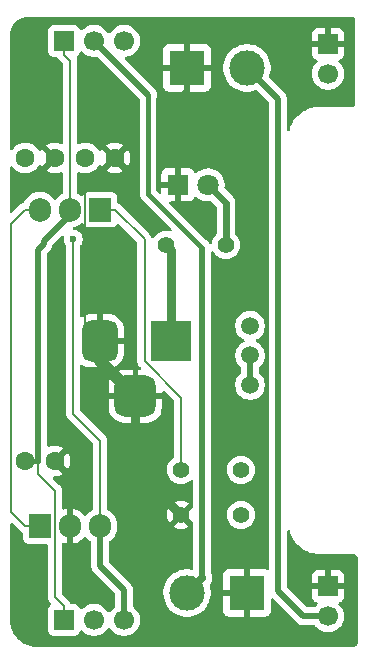
<source format=gbr>
%TF.GenerationSoftware,KiCad,Pcbnew,9.0.3*%
%TF.CreationDate,2025-07-16T16:29:30-04:00*%
%TF.ProjectId,Breadboard_Power_Supply,42726561-6462-46f6-9172-645f506f7765,rev?*%
%TF.SameCoordinates,Original*%
%TF.FileFunction,Copper,L1,Top*%
%TF.FilePolarity,Positive*%
%FSLAX46Y46*%
G04 Gerber Fmt 4.6, Leading zero omitted, Abs format (unit mm)*
G04 Created by KiCad (PCBNEW 9.0.3) date 2025-07-16 16:29:30*
%MOMM*%
%LPD*%
G01*
G04 APERTURE LIST*
G04 Aperture macros list*
%AMRoundRect*
0 Rectangle with rounded corners*
0 $1 Rounding radius*
0 $2 $3 $4 $5 $6 $7 $8 $9 X,Y pos of 4 corners*
0 Add a 4 corners polygon primitive as box body*
4,1,4,$2,$3,$4,$5,$6,$7,$8,$9,$2,$3,0*
0 Add four circle primitives for the rounded corners*
1,1,$1+$1,$2,$3*
1,1,$1+$1,$4,$5*
1,1,$1+$1,$6,$7*
1,1,$1+$1,$8,$9*
0 Add four rect primitives between the rounded corners*
20,1,$1+$1,$2,$3,$4,$5,0*
20,1,$1+$1,$4,$5,$6,$7,0*
20,1,$1+$1,$6,$7,$8,$9,0*
20,1,$1+$1,$8,$9,$2,$3,0*%
G04 Aperture macros list end*
%TA.AperFunction,ComponentPad*%
%ADD10C,1.600000*%
%TD*%
%TA.AperFunction,ComponentPad*%
%ADD11R,3.000000X3.000000*%
%TD*%
%TA.AperFunction,ComponentPad*%
%ADD12C,3.000000*%
%TD*%
%TA.AperFunction,ComponentPad*%
%ADD13C,1.400000*%
%TD*%
%TA.AperFunction,ComponentPad*%
%ADD14R,1.905000X2.000000*%
%TD*%
%TA.AperFunction,ComponentPad*%
%ADD15O,1.905000X2.000000*%
%TD*%
%TA.AperFunction,ComponentPad*%
%ADD16C,1.508000*%
%TD*%
%TA.AperFunction,ComponentPad*%
%ADD17R,1.700000X1.700000*%
%TD*%
%TA.AperFunction,ComponentPad*%
%ADD18C,1.700000*%
%TD*%
%TA.AperFunction,ComponentPad*%
%ADD19R,1.800000X1.800000*%
%TD*%
%TA.AperFunction,ComponentPad*%
%ADD20C,1.800000*%
%TD*%
%TA.AperFunction,ComponentPad*%
%ADD21R,3.500000X3.500000*%
%TD*%
%TA.AperFunction,ComponentPad*%
%ADD22RoundRect,0.750000X-0.750000X-1.000000X0.750000X-1.000000X0.750000X1.000000X-0.750000X1.000000X0*%
%TD*%
%TA.AperFunction,ComponentPad*%
%ADD23RoundRect,0.875000X-0.875000X-0.875000X0.875000X-0.875000X0.875000X0.875000X-0.875000X0.875000X0*%
%TD*%
%TA.AperFunction,ViaPad*%
%ADD24C,0.600000*%
%TD*%
%TA.AperFunction,Conductor*%
%ADD25C,0.800000*%
%TD*%
%TA.AperFunction,Conductor*%
%ADD26C,0.200000*%
%TD*%
%TA.AperFunction,Conductor*%
%ADD27C,0.500000*%
%TD*%
%TA.AperFunction,Conductor*%
%ADD28C,0.400000*%
%TD*%
%TA.AperFunction,Conductor*%
%ADD29C,1.000000*%
%TD*%
%TA.AperFunction,Conductor*%
%ADD30C,0.600000*%
%TD*%
%TA.AperFunction,Conductor*%
%ADD31C,0.700000*%
%TD*%
G04 APERTURE END LIST*
D10*
%TO.P,C1,1*%
%TO.N,12V*%
X114162000Y-67609500D03*
%TO.P,C1,2*%
%TO.N,GND*%
X116662000Y-67609500D03*
%TD*%
D11*
%TO.P,J7,1,Pin_1*%
%TO.N,GND*%
X127858000Y-104439500D03*
D12*
%TO.P,J7,2,Pin_2*%
%TO.N,Net-(J1-Pin_2)*%
X122778000Y-104439500D03*
%TD*%
D13*
%TO.P,R1,1*%
%TO.N,Net-(D1-A)*%
X126075000Y-74975500D03*
%TO.P,R1,2*%
%TO.N,12V*%
X120995000Y-74975500D03*
%TD*%
%TO.P,R3,1*%
%TO.N,GND*%
X122270000Y-97835500D03*
%TO.P,R3,2*%
%TO.N,Net-(U2-ADJ)*%
X127350000Y-97835500D03*
%TD*%
D10*
%TO.P,C2,1*%
%TO.N,5V*%
X109082000Y-67609500D03*
%TO.P,C2,2*%
%TO.N,GND*%
X111582000Y-67609500D03*
%TD*%
D11*
%TO.P,J5,1,Pin_1*%
%TO.N,GND*%
X122778000Y-59989500D03*
D12*
%TO.P,J5,2,Pin_2*%
%TO.N,Net-(J2-Pin_2)*%
X127858000Y-59989500D03*
%TD*%
D14*
%TO.P,U1,1,VI*%
%TO.N,12V*%
X110332000Y-98785500D03*
D15*
%TO.P,U1,2,GND*%
%TO.N,GND*%
X112872000Y-98785500D03*
%TO.P,U1,3,VO*%
%TO.N,5V*%
X115412000Y-98785500D03*
%TD*%
D14*
%TO.P,U2,1,ADJ*%
%TO.N,Net-(U2-ADJ)*%
X115412000Y-71993500D03*
D15*
%TO.P,U2,2,VO*%
%TO.N,3.3V*%
X112872000Y-71993500D03*
%TO.P,U2,3,VI*%
%TO.N,12V*%
X110332000Y-71993500D03*
%TD*%
D13*
%TO.P,R2,1*%
%TO.N,Net-(U2-ADJ)*%
X122270000Y-94025500D03*
%TO.P,R2,2*%
%TO.N,3.3V*%
X127350000Y-94025500D03*
%TD*%
D10*
%TO.P,C3,1*%
%TO.N,3.3V*%
X109082000Y-93263500D03*
%TO.P,C3,2*%
%TO.N,GND*%
X111582000Y-93263500D03*
%TD*%
D16*
%TO.P,S1,1*%
%TO.N,12V*%
X128112000Y-86833500D03*
%TO.P,S1,2*%
X128112000Y-84333500D03*
%TO.P,S1,3*%
%TO.N,unconnected-(S1-Pad3)*%
X128112000Y-81833500D03*
%TD*%
D17*
%TO.P,J2,1,Pin_1*%
%TO.N,GND*%
X134716000Y-103880700D03*
D18*
%TO.P,J2,2,Pin_2*%
%TO.N,Net-(J2-Pin_2)*%
X134716000Y-106420700D03*
%TD*%
D17*
%TO.P,J1,1,Pin_1*%
%TO.N,GND*%
X134716000Y-57952500D03*
D18*
%TO.P,J1,2,Pin_2*%
%TO.N,Net-(J1-Pin_2)*%
X134716000Y-60492500D03*
%TD*%
D19*
%TO.P,D1,1,K*%
%TO.N,GND*%
X122011000Y-69895500D03*
D20*
%TO.P,D1,2,A*%
%TO.N,Net-(D1-A)*%
X124551000Y-69895500D03*
%TD*%
D21*
%TO.P,J6,1*%
%TO.N,12V*%
X121412000Y-83103500D03*
D22*
%TO.P,J6,2*%
%TO.N,GND*%
X115412000Y-83103500D03*
D23*
%TO.P,J6,3*%
X118412000Y-87803500D03*
%TD*%
D17*
%TO.P,J4,1,Pin_1*%
%TO.N,3.3V*%
X112364000Y-106725500D03*
D18*
%TO.P,J4,2,Pin_2*%
%TO.N,Net-(J2-Pin_2)*%
X114904000Y-106725500D03*
%TO.P,J4,3,Pin_3*%
%TO.N,5V*%
X117444000Y-106725500D03*
%TD*%
D17*
%TO.P,J3,1,Pin_1*%
%TO.N,3.3V*%
X112364000Y-57703500D03*
D18*
%TO.P,J3,2,Pin_2*%
%TO.N,Net-(J1-Pin_2)*%
X114904000Y-57703500D03*
%TO.P,J3,3,Pin_3*%
%TO.N,5V*%
X117444000Y-57703500D03*
%TD*%
D24*
%TO.N,5V*%
X113136200Y-74501500D03*
%TD*%
D25*
%TO.N,12V*%
X120995000Y-74975500D02*
X121412000Y-75392500D01*
D26*
X110332000Y-98785500D02*
X109077800Y-98785500D01*
D27*
X128112000Y-84333500D02*
X128112000Y-86833500D01*
D25*
X121412000Y-75392500D02*
X121412000Y-83103500D01*
D26*
X107885000Y-73186300D02*
X109077800Y-71993500D01*
X109077800Y-71993500D02*
X110332000Y-71993500D01*
X109077800Y-98785500D02*
X107885000Y-97592700D01*
X107885000Y-97592700D02*
X107885000Y-73186300D01*
D25*
%TO.N,GND*%
X118412000Y-93977500D02*
X118412000Y-87803500D01*
D28*
X112872000Y-98785500D02*
X112872000Y-97483800D01*
X112872000Y-97483800D02*
X112872000Y-95662100D01*
X112872000Y-94553500D02*
X111582000Y-93263500D01*
D26*
X114142000Y-70129500D02*
X114142000Y-81833500D01*
D28*
X122011000Y-69895500D02*
X122011000Y-62558200D01*
D26*
X116662000Y-67609500D02*
X114142000Y-70129500D01*
X114142000Y-81833500D02*
X115412000Y-83103500D01*
D29*
X118412000Y-87803500D02*
X115412000Y-84803500D01*
D28*
X112872000Y-95620800D02*
X112872000Y-94553500D01*
X122778000Y-59989500D02*
X122778000Y-61791200D01*
D26*
X112872000Y-95662100D02*
X112872000Y-95620800D01*
X115412000Y-83953500D02*
X115412000Y-83103500D01*
X115412000Y-84803500D02*
X115412000Y-83994800D01*
D28*
X122011000Y-62558200D02*
X122778000Y-61791200D01*
D26*
X115412000Y-83994800D02*
X115412000Y-83953500D01*
D25*
X122270000Y-97835500D02*
X118412000Y-93977500D01*
D26*
%TO.N,5V*%
X115412000Y-91543400D02*
X115412000Y-98785500D01*
X113136200Y-89267600D02*
X115412000Y-91543400D01*
D27*
X115412000Y-102153500D02*
X117444000Y-104185500D01*
D26*
X113136200Y-74501500D02*
X113136200Y-89267600D01*
D27*
X117444000Y-104185500D02*
X117444000Y-106725500D01*
X115412000Y-98785500D02*
X115412000Y-102153500D01*
%TO.N,3.3V*%
X110188800Y-93263500D02*
X110188800Y-75372700D01*
D26*
X110188800Y-94370300D02*
X111601900Y-95783400D01*
X112872000Y-59363200D02*
X112364000Y-58855200D01*
D27*
X110188800Y-75372700D02*
X110630800Y-74930700D01*
D26*
X112364000Y-105573800D02*
X112364000Y-106725500D01*
D28*
X109082000Y-93263500D02*
X110188800Y-93263500D01*
D26*
X112872000Y-71993500D02*
X112872000Y-59363200D01*
X110188800Y-93263500D02*
X110188800Y-94370300D01*
X112872000Y-72435500D02*
X112872000Y-71993500D01*
X111601900Y-95783400D02*
X111601900Y-104811700D01*
D27*
X110630800Y-74676700D02*
X112872000Y-72435500D01*
D26*
X111601900Y-104811700D02*
X112364000Y-105573800D01*
D27*
X110630800Y-74930700D02*
X110630800Y-74676700D01*
D26*
X112364000Y-57703500D02*
X112364000Y-58855200D01*
D30*
%TO.N,Net-(D1-A)*%
X126075000Y-71419500D02*
X126075000Y-74975500D01*
X124551000Y-69895500D02*
X126075000Y-71419500D01*
D27*
%TO.N,Net-(J1-Pin_2)*%
X124048000Y-103169500D02*
X124048000Y-75229500D01*
X119476000Y-62275500D02*
X114904000Y-57703500D01*
D28*
X124048000Y-75229500D02*
X119476000Y-70657500D01*
X119476000Y-70657500D02*
X119476000Y-62275500D01*
D31*
X122778000Y-104439500D02*
X124048000Y-103169500D01*
D27*
%TO.N,Net-(J2-Pin_2)*%
X130498600Y-62630100D02*
X127858000Y-59989500D01*
X132633200Y-106420700D02*
X130498600Y-104286100D01*
X134716000Y-106420700D02*
X132633200Y-106420700D01*
X130498600Y-104286100D02*
X130498600Y-62630100D01*
D26*
%TO.N,Net-(U2-ADJ)*%
X116666200Y-71993500D02*
X119178900Y-74506200D01*
X119178900Y-74506200D02*
X119178900Y-84832000D01*
X119178900Y-84832000D02*
X122270000Y-87923100D01*
X115412000Y-71993500D02*
X116666200Y-71993500D01*
X122270000Y-87923100D02*
X122270000Y-94025500D01*
%TD*%
%TA.AperFunction,Conductor*%
%TO.N,GND*%
G36*
X136757629Y-55665525D02*
G01*
X136809417Y-55673727D01*
X136846301Y-55685712D01*
X136884211Y-55705028D01*
X136886115Y-55706411D01*
X136887339Y-55706678D01*
X136915593Y-55727829D01*
X136945670Y-55757906D01*
X136968472Y-55789290D01*
X136987786Y-55827195D01*
X136999773Y-55864088D01*
X137007430Y-55912433D01*
X137007973Y-55915858D01*
X137009500Y-55935257D01*
X137009500Y-63027742D01*
X137007973Y-63047141D01*
X136999773Y-63098911D01*
X136987785Y-63135807D01*
X136968474Y-63173707D01*
X136945670Y-63205093D01*
X136915593Y-63235170D01*
X136884207Y-63257974D01*
X136846307Y-63277285D01*
X136809411Y-63289273D01*
X136779068Y-63294079D01*
X136757639Y-63297473D01*
X136738243Y-63299000D01*
X133800809Y-63299000D01*
X133618326Y-63321157D01*
X133496670Y-63335929D01*
X133345775Y-63373121D01*
X133199190Y-63409251D01*
X132973746Y-63494751D01*
X132912730Y-63517892D01*
X132912727Y-63517893D01*
X132912723Y-63517895D01*
X132912722Y-63517895D01*
X132641459Y-63660266D01*
X132641448Y-63660272D01*
X132389307Y-63834311D01*
X132389301Y-63834316D01*
X132159979Y-64037477D01*
X132159977Y-64037479D01*
X131956816Y-64266801D01*
X131956811Y-64266807D01*
X131782772Y-64518948D01*
X131782766Y-64518959D01*
X131640395Y-64790222D01*
X131640395Y-64790223D01*
X131640393Y-64790227D01*
X131640392Y-64790230D01*
X131617251Y-64851246D01*
X131531751Y-65076690D01*
X131531750Y-65076696D01*
X131499469Y-65207668D01*
X131493497Y-65231896D01*
X131458341Y-65292277D01*
X131396121Y-65324065D01*
X131326593Y-65317169D01*
X131271830Y-65273778D01*
X131249220Y-65207668D01*
X131249100Y-65202221D01*
X131249100Y-62556179D01*
X131220259Y-62411192D01*
X131220258Y-62411191D01*
X131220258Y-62411187D01*
X131194672Y-62349417D01*
X131163687Y-62274611D01*
X131163680Y-62274598D01*
X131081552Y-62151685D01*
X131081551Y-62151684D01*
X130977016Y-62047149D01*
X129758570Y-60828702D01*
X129725085Y-60767379D01*
X129730069Y-60697687D01*
X129731690Y-60693568D01*
X129756398Y-60633919D01*
X129822770Y-60386213D01*
X133365500Y-60386213D01*
X133365500Y-60598786D01*
X133392202Y-60767379D01*
X133398754Y-60808743D01*
X133420672Y-60876200D01*
X133464444Y-61010914D01*
X133560951Y-61200320D01*
X133685890Y-61372286D01*
X133836213Y-61522609D01*
X134008179Y-61647548D01*
X134008181Y-61647549D01*
X134008184Y-61647551D01*
X134197588Y-61744057D01*
X134399757Y-61809746D01*
X134609713Y-61843000D01*
X134609714Y-61843000D01*
X134822286Y-61843000D01*
X134822287Y-61843000D01*
X135032243Y-61809746D01*
X135234412Y-61744057D01*
X135423816Y-61647551D01*
X135493570Y-61596872D01*
X135595786Y-61522609D01*
X135595788Y-61522606D01*
X135595792Y-61522604D01*
X135746104Y-61372292D01*
X135746106Y-61372288D01*
X135746109Y-61372286D01*
X135871048Y-61200320D01*
X135871047Y-61200320D01*
X135871051Y-61200316D01*
X135967557Y-61010912D01*
X136033246Y-60808743D01*
X136066500Y-60598787D01*
X136066500Y-60386213D01*
X136033246Y-60176257D01*
X135967557Y-59974088D01*
X135871051Y-59784684D01*
X135871049Y-59784681D01*
X135871048Y-59784679D01*
X135746109Y-59612713D01*
X135632181Y-59498785D01*
X135598696Y-59437462D01*
X135603680Y-59367770D01*
X135645552Y-59311837D01*
X135676529Y-59294922D01*
X135808086Y-59245854D01*
X135808093Y-59245850D01*
X135923187Y-59159690D01*
X135923190Y-59159687D01*
X136009350Y-59044593D01*
X136009354Y-59044586D01*
X136059596Y-58909879D01*
X136059598Y-58909872D01*
X136065999Y-58850344D01*
X136066000Y-58850327D01*
X136066000Y-58202500D01*
X135149012Y-58202500D01*
X135181925Y-58145493D01*
X135216000Y-58018326D01*
X135216000Y-57886674D01*
X135181925Y-57759507D01*
X135149012Y-57702500D01*
X136066000Y-57702500D01*
X136066000Y-57054672D01*
X136065999Y-57054655D01*
X136059598Y-56995127D01*
X136059596Y-56995120D01*
X136009354Y-56860413D01*
X136009350Y-56860406D01*
X135923190Y-56745312D01*
X135923187Y-56745309D01*
X135808093Y-56659149D01*
X135808086Y-56659145D01*
X135673379Y-56608903D01*
X135673372Y-56608901D01*
X135613844Y-56602500D01*
X134966000Y-56602500D01*
X134966000Y-57519488D01*
X134908993Y-57486575D01*
X134781826Y-57452500D01*
X134650174Y-57452500D01*
X134523007Y-57486575D01*
X134466000Y-57519488D01*
X134466000Y-56602500D01*
X133818155Y-56602500D01*
X133758627Y-56608901D01*
X133758620Y-56608903D01*
X133623913Y-56659145D01*
X133623906Y-56659149D01*
X133508812Y-56745309D01*
X133508809Y-56745312D01*
X133422649Y-56860406D01*
X133422645Y-56860413D01*
X133372403Y-56995120D01*
X133372401Y-56995127D01*
X133366000Y-57054655D01*
X133366000Y-57702500D01*
X134282988Y-57702500D01*
X134250075Y-57759507D01*
X134216000Y-57886674D01*
X134216000Y-58018326D01*
X134250075Y-58145493D01*
X134282988Y-58202500D01*
X133366000Y-58202500D01*
X133366000Y-58850344D01*
X133372401Y-58909872D01*
X133372403Y-58909879D01*
X133422645Y-59044586D01*
X133422649Y-59044593D01*
X133508809Y-59159687D01*
X133508812Y-59159690D01*
X133623906Y-59245850D01*
X133623913Y-59245854D01*
X133755470Y-59294922D01*
X133811404Y-59336793D01*
X133835821Y-59402258D01*
X133820969Y-59470531D01*
X133799819Y-59498785D01*
X133685889Y-59612715D01*
X133560951Y-59784679D01*
X133464444Y-59974085D01*
X133398753Y-60176260D01*
X133365500Y-60386213D01*
X129822770Y-60386213D01*
X129824270Y-60380616D01*
X129858500Y-60120620D01*
X129858500Y-59858380D01*
X129824270Y-59598384D01*
X129756398Y-59345081D01*
X129742628Y-59311837D01*
X129656046Y-59102809D01*
X129656041Y-59102799D01*
X129524924Y-58875696D01*
X129365281Y-58667648D01*
X129365274Y-58667640D01*
X129179860Y-58482226D01*
X129179851Y-58482218D01*
X128971803Y-58322575D01*
X128744700Y-58191458D01*
X128744690Y-58191453D01*
X128502428Y-58091105D01*
X128502421Y-58091103D01*
X128502419Y-58091102D01*
X128249116Y-58023230D01*
X128191339Y-58015623D01*
X127989127Y-57989000D01*
X127989120Y-57989000D01*
X127726880Y-57989000D01*
X127726872Y-57989000D01*
X127495772Y-58019426D01*
X127466884Y-58023230D01*
X127381364Y-58046145D01*
X127213581Y-58091102D01*
X127213571Y-58091105D01*
X126971309Y-58191453D01*
X126971299Y-58191458D01*
X126744196Y-58322575D01*
X126536148Y-58482218D01*
X126350718Y-58667648D01*
X126191075Y-58875696D01*
X126059958Y-59102799D01*
X126059953Y-59102809D01*
X125959605Y-59345071D01*
X125959602Y-59345081D01*
X125918418Y-59498785D01*
X125891730Y-59598385D01*
X125857500Y-59858372D01*
X125857500Y-60120627D01*
X125864825Y-60176260D01*
X125891730Y-60380616D01*
X125959602Y-60633918D01*
X125959605Y-60633928D01*
X126059953Y-60876190D01*
X126059958Y-60876200D01*
X126191075Y-61103303D01*
X126350718Y-61311351D01*
X126350726Y-61311360D01*
X126536140Y-61496774D01*
X126536148Y-61496781D01*
X126744196Y-61656424D01*
X126971299Y-61787541D01*
X126971309Y-61787546D01*
X127211403Y-61886996D01*
X127213581Y-61887898D01*
X127466884Y-61955770D01*
X127715188Y-61988460D01*
X127723074Y-61989499D01*
X127726880Y-61990000D01*
X127726887Y-61990000D01*
X127989113Y-61990000D01*
X127989120Y-61990000D01*
X128249116Y-61955770D01*
X128502419Y-61887898D01*
X128562068Y-61863189D01*
X128631537Y-61855721D01*
X128694016Y-61886996D01*
X128697202Y-61890070D01*
X129711781Y-62904648D01*
X129745266Y-62965971D01*
X129748100Y-62992329D01*
X129748100Y-102372757D01*
X129728415Y-102439796D01*
X129675611Y-102485551D01*
X129606453Y-102495495D01*
X129580768Y-102488939D01*
X129465382Y-102445903D01*
X129465372Y-102445901D01*
X129405844Y-102439500D01*
X128108000Y-102439500D01*
X128108000Y-103720435D01*
X128079684Y-103708707D01*
X127932853Y-103679500D01*
X127783147Y-103679500D01*
X127636316Y-103708707D01*
X127608000Y-103720435D01*
X127608000Y-102439500D01*
X126310155Y-102439500D01*
X126250627Y-102445901D01*
X126250620Y-102445903D01*
X126115913Y-102496145D01*
X126115906Y-102496149D01*
X126000812Y-102582309D01*
X126000809Y-102582312D01*
X125914649Y-102697406D01*
X125914645Y-102697413D01*
X125864403Y-102832120D01*
X125864401Y-102832127D01*
X125858000Y-102891655D01*
X125858000Y-104189500D01*
X127138936Y-104189500D01*
X127127207Y-104217816D01*
X127098000Y-104364647D01*
X127098000Y-104514353D01*
X127127207Y-104661184D01*
X127138936Y-104689500D01*
X125858000Y-104689500D01*
X125858000Y-105987344D01*
X125864401Y-106046872D01*
X125864403Y-106046879D01*
X125914645Y-106181586D01*
X125914649Y-106181593D01*
X126000809Y-106296687D01*
X126000812Y-106296690D01*
X126115906Y-106382850D01*
X126115913Y-106382854D01*
X126250620Y-106433096D01*
X126250627Y-106433098D01*
X126310155Y-106439499D01*
X126310172Y-106439500D01*
X127608000Y-106439500D01*
X127608000Y-105158564D01*
X127636316Y-105170293D01*
X127783147Y-105199500D01*
X127932853Y-105199500D01*
X128079684Y-105170293D01*
X128108000Y-105158564D01*
X128108000Y-106439500D01*
X129405828Y-106439500D01*
X129405844Y-106439499D01*
X129465372Y-106433098D01*
X129465379Y-106433096D01*
X129600086Y-106382854D01*
X129600093Y-106382850D01*
X129715187Y-106296690D01*
X129715190Y-106296687D01*
X129801350Y-106181593D01*
X129801354Y-106181586D01*
X129851596Y-106046879D01*
X129851598Y-106046872D01*
X129857999Y-105987344D01*
X129858000Y-105987327D01*
X129858000Y-105006229D01*
X129877685Y-104939190D01*
X129930489Y-104893435D01*
X129999647Y-104883491D01*
X130063203Y-104912516D01*
X130069667Y-104918535D01*
X132050249Y-106899116D01*
X132145597Y-106994464D01*
X132154785Y-107003652D01*
X132277698Y-107085780D01*
X132277711Y-107085787D01*
X132380869Y-107128516D01*
X132414287Y-107142358D01*
X132414291Y-107142358D01*
X132414292Y-107142359D01*
X132559279Y-107171200D01*
X132559282Y-107171200D01*
X133528779Y-107171200D01*
X133595818Y-107190885D01*
X133629097Y-107222315D01*
X133685892Y-107300488D01*
X133836213Y-107450809D01*
X134008179Y-107575748D01*
X134008181Y-107575749D01*
X134008184Y-107575751D01*
X134197588Y-107672257D01*
X134399757Y-107737946D01*
X134609713Y-107771200D01*
X134609714Y-107771200D01*
X134822286Y-107771200D01*
X134822287Y-107771200D01*
X135032243Y-107737946D01*
X135234412Y-107672257D01*
X135423816Y-107575751D01*
X135445789Y-107559786D01*
X135595786Y-107450809D01*
X135595788Y-107450806D01*
X135595792Y-107450804D01*
X135746104Y-107300492D01*
X135746106Y-107300488D01*
X135746109Y-107300486D01*
X135871048Y-107128520D01*
X135871047Y-107128520D01*
X135871051Y-107128516D01*
X135967557Y-106939112D01*
X136033246Y-106736943D01*
X136066500Y-106526987D01*
X136066500Y-106314413D01*
X136033246Y-106104457D01*
X135967557Y-105902288D01*
X135871051Y-105712884D01*
X135871049Y-105712881D01*
X135871048Y-105712879D01*
X135746109Y-105540913D01*
X135632181Y-105426985D01*
X135598696Y-105365662D01*
X135603680Y-105295970D01*
X135645552Y-105240037D01*
X135676529Y-105223122D01*
X135808086Y-105174054D01*
X135808093Y-105174050D01*
X135923187Y-105087890D01*
X135923190Y-105087887D01*
X136009350Y-104972793D01*
X136009354Y-104972786D01*
X136059596Y-104838079D01*
X136059598Y-104838072D01*
X136065999Y-104778544D01*
X136066000Y-104778527D01*
X136066000Y-104130700D01*
X135149012Y-104130700D01*
X135181925Y-104073693D01*
X135216000Y-103946526D01*
X135216000Y-103814874D01*
X135181925Y-103687707D01*
X135149012Y-103630700D01*
X136066000Y-103630700D01*
X136066000Y-102982872D01*
X136065999Y-102982855D01*
X136059598Y-102923327D01*
X136059596Y-102923320D01*
X136009354Y-102788613D01*
X136009350Y-102788606D01*
X135923190Y-102673512D01*
X135923187Y-102673509D01*
X135808093Y-102587349D01*
X135808086Y-102587345D01*
X135673379Y-102537103D01*
X135673372Y-102537101D01*
X135613844Y-102530700D01*
X134966000Y-102530700D01*
X134966000Y-103447688D01*
X134908993Y-103414775D01*
X134781826Y-103380700D01*
X134650174Y-103380700D01*
X134523007Y-103414775D01*
X134466000Y-103447688D01*
X134466000Y-102530700D01*
X133818155Y-102530700D01*
X133758627Y-102537101D01*
X133758620Y-102537103D01*
X133623913Y-102587345D01*
X133623906Y-102587349D01*
X133508812Y-102673509D01*
X133508809Y-102673512D01*
X133422649Y-102788606D01*
X133422645Y-102788613D01*
X133372403Y-102923320D01*
X133372401Y-102923327D01*
X133366000Y-102982855D01*
X133366000Y-103630700D01*
X134282988Y-103630700D01*
X134250075Y-103687707D01*
X134216000Y-103814874D01*
X134216000Y-103946526D01*
X134250075Y-104073693D01*
X134282988Y-104130700D01*
X133366000Y-104130700D01*
X133366000Y-104778544D01*
X133372401Y-104838072D01*
X133372403Y-104838079D01*
X133422645Y-104972786D01*
X133422649Y-104972793D01*
X133508809Y-105087887D01*
X133508812Y-105087890D01*
X133623906Y-105174050D01*
X133623913Y-105174054D01*
X133755470Y-105223122D01*
X133811404Y-105264993D01*
X133835821Y-105330458D01*
X133820969Y-105398731D01*
X133799819Y-105426985D01*
X133685892Y-105540912D01*
X133629097Y-105619085D01*
X133573767Y-105661751D01*
X133528779Y-105670200D01*
X132995429Y-105670200D01*
X132928390Y-105650515D01*
X132907748Y-105633881D01*
X131285419Y-104011551D01*
X131251934Y-103950228D01*
X131249100Y-103923870D01*
X131249100Y-99226778D01*
X131268785Y-99159739D01*
X131321589Y-99113984D01*
X131390747Y-99104040D01*
X131454303Y-99133065D01*
X131492077Y-99191843D01*
X131493488Y-99197071D01*
X131500523Y-99225610D01*
X131531751Y-99352310D01*
X131601038Y-99535003D01*
X131640392Y-99638770D01*
X131640394Y-99638774D01*
X131640395Y-99638776D01*
X131640395Y-99638777D01*
X131782766Y-99910040D01*
X131782772Y-99910051D01*
X131956811Y-100162192D01*
X131956816Y-100162198D01*
X132159977Y-100391520D01*
X132159979Y-100391522D01*
X132389301Y-100594683D01*
X132389307Y-100594688D01*
X132508567Y-100677006D01*
X132641447Y-100768727D01*
X132912730Y-100911108D01*
X133135621Y-100995639D01*
X133199190Y-101019748D01*
X133199192Y-101019748D01*
X133199196Y-101019750D01*
X133496670Y-101093071D01*
X133731874Y-101121629D01*
X133800809Y-101130000D01*
X133800812Y-101130000D01*
X133888108Y-101130000D01*
X136682108Y-101130000D01*
X136741039Y-101130000D01*
X136754922Y-101130780D01*
X136763353Y-101131730D01*
X136848831Y-101141361D01*
X136875892Y-101147537D01*
X136958481Y-101176437D01*
X136983491Y-101188480D01*
X137057581Y-101235034D01*
X137079290Y-101252347D01*
X137141152Y-101314209D01*
X137158465Y-101335918D01*
X137205017Y-101410005D01*
X137217064Y-101435022D01*
X137245960Y-101517601D01*
X137252139Y-101544672D01*
X137262720Y-101638577D01*
X137263500Y-101652461D01*
X137263500Y-108496538D01*
X137262720Y-108510422D01*
X137252139Y-108604327D01*
X137245960Y-108631398D01*
X137217064Y-108713977D01*
X137205017Y-108738994D01*
X137158465Y-108813081D01*
X137141152Y-108834790D01*
X137079290Y-108896652D01*
X137057581Y-108913965D01*
X136983494Y-108960517D01*
X136958477Y-108972564D01*
X136875898Y-109001460D01*
X136848827Y-109007639D01*
X136754923Y-109018220D01*
X136741039Y-109019000D01*
X110081751Y-109019000D01*
X110074264Y-109018774D01*
X109809035Y-109002730D01*
X109794170Y-109000925D01*
X109536501Y-108953705D01*
X109521963Y-108950121D01*
X109271881Y-108872193D01*
X109257880Y-108866884D01*
X109018996Y-108759371D01*
X109005737Y-108752412D01*
X108781562Y-108616893D01*
X108769239Y-108608387D01*
X108563029Y-108446832D01*
X108551821Y-108436902D01*
X108366597Y-108251678D01*
X108356667Y-108240470D01*
X108343156Y-108223224D01*
X108195108Y-108034254D01*
X108186610Y-108021943D01*
X108051084Y-107797756D01*
X108044131Y-107784510D01*
X107936613Y-107545614D01*
X107931306Y-107531618D01*
X107900675Y-107433320D01*
X107853377Y-107281535D01*
X107849794Y-107266998D01*
X107802574Y-107009329D01*
X107800769Y-106994464D01*
X107784726Y-106729236D01*
X107784500Y-106721749D01*
X107784500Y-98640797D01*
X107804185Y-98573758D01*
X107856989Y-98528003D01*
X107926147Y-98518059D01*
X107989703Y-98547084D01*
X107996181Y-98553116D01*
X108592939Y-99149874D01*
X108592949Y-99149885D01*
X108597279Y-99154215D01*
X108597280Y-99154216D01*
X108709084Y-99266020D01*
X108795895Y-99316139D01*
X108795894Y-99316139D01*
X108809324Y-99323892D01*
X108816998Y-99328323D01*
X108865215Y-99378889D01*
X108879000Y-99435711D01*
X108879000Y-99833370D01*
X108879001Y-99833376D01*
X108885408Y-99892983D01*
X108935702Y-100027828D01*
X108935706Y-100027835D01*
X109021952Y-100143044D01*
X109021955Y-100143047D01*
X109137164Y-100229293D01*
X109137171Y-100229297D01*
X109272017Y-100279591D01*
X109272016Y-100279591D01*
X109278944Y-100280335D01*
X109331627Y-100286000D01*
X110877400Y-100285999D01*
X110944439Y-100305684D01*
X110990194Y-100358487D01*
X111001400Y-100409999D01*
X111001400Y-104725030D01*
X111001399Y-104725048D01*
X111001399Y-104890754D01*
X111001398Y-104890754D01*
X111007229Y-104912516D01*
X111038664Y-105029830D01*
X111042324Y-105043487D01*
X111057746Y-105070198D01*
X111057747Y-105070200D01*
X111121377Y-105180412D01*
X111121381Y-105180417D01*
X111228240Y-105287276D01*
X111261725Y-105348599D01*
X111256741Y-105418291D01*
X111214870Y-105474223D01*
X111156455Y-105517952D01*
X111156452Y-105517955D01*
X111070206Y-105633164D01*
X111070202Y-105633171D01*
X111019908Y-105768017D01*
X111013501Y-105827616D01*
X111013500Y-105827635D01*
X111013500Y-107623370D01*
X111013501Y-107623376D01*
X111019908Y-107682983D01*
X111070202Y-107817828D01*
X111070206Y-107817835D01*
X111156452Y-107933044D01*
X111156455Y-107933047D01*
X111271664Y-108019293D01*
X111271671Y-108019297D01*
X111406517Y-108069591D01*
X111406516Y-108069591D01*
X111413444Y-108070335D01*
X111466127Y-108076000D01*
X113261872Y-108075999D01*
X113321483Y-108069591D01*
X113456331Y-108019296D01*
X113571546Y-107933046D01*
X113657796Y-107817831D01*
X113706810Y-107686416D01*
X113748681Y-107630484D01*
X113814145Y-107606066D01*
X113882418Y-107620917D01*
X113910673Y-107642069D01*
X114024213Y-107755609D01*
X114196179Y-107880548D01*
X114196181Y-107880549D01*
X114196184Y-107880551D01*
X114385588Y-107977057D01*
X114587757Y-108042746D01*
X114797713Y-108076000D01*
X114797714Y-108076000D01*
X115010286Y-108076000D01*
X115010287Y-108076000D01*
X115220243Y-108042746D01*
X115422412Y-107977057D01*
X115611816Y-107880551D01*
X115698138Y-107817835D01*
X115783786Y-107755609D01*
X115783788Y-107755606D01*
X115783792Y-107755604D01*
X115934104Y-107605292D01*
X115934106Y-107605288D01*
X115934109Y-107605286D01*
X116059048Y-107433320D01*
X116059047Y-107433320D01*
X116059051Y-107433316D01*
X116063514Y-107424554D01*
X116111488Y-107373759D01*
X116179308Y-107356963D01*
X116245444Y-107379499D01*
X116284486Y-107424556D01*
X116288951Y-107433320D01*
X116413890Y-107605286D01*
X116564213Y-107755609D01*
X116736179Y-107880548D01*
X116736181Y-107880549D01*
X116736184Y-107880551D01*
X116925588Y-107977057D01*
X117127757Y-108042746D01*
X117337713Y-108076000D01*
X117337714Y-108076000D01*
X117550286Y-108076000D01*
X117550287Y-108076000D01*
X117760243Y-108042746D01*
X117962412Y-107977057D01*
X118151816Y-107880551D01*
X118238138Y-107817835D01*
X118323786Y-107755609D01*
X118323788Y-107755606D01*
X118323792Y-107755604D01*
X118474104Y-107605292D01*
X118474106Y-107605288D01*
X118474109Y-107605286D01*
X118599048Y-107433320D01*
X118599047Y-107433320D01*
X118599051Y-107433316D01*
X118695557Y-107243912D01*
X118761246Y-107041743D01*
X118794500Y-106831787D01*
X118794500Y-106619213D01*
X118761246Y-106409257D01*
X118695557Y-106207088D01*
X118599051Y-106017684D01*
X118599049Y-106017681D01*
X118599048Y-106017679D01*
X118474109Y-105845713D01*
X118323794Y-105695398D01*
X118323788Y-105695393D01*
X118245615Y-105638597D01*
X118202949Y-105583267D01*
X118194500Y-105538279D01*
X118194500Y-104111579D01*
X118165659Y-103966592D01*
X118165658Y-103966591D01*
X118165658Y-103966587D01*
X118158882Y-103950228D01*
X118109087Y-103830011D01*
X118109083Y-103830004D01*
X118074906Y-103778854D01*
X118026952Y-103707084D01*
X116198819Y-101878951D01*
X116165334Y-101817628D01*
X116162500Y-101791270D01*
X116162500Y-100146917D01*
X116182185Y-100079878D01*
X116213615Y-100046599D01*
X116358566Y-99941286D01*
X116520286Y-99779566D01*
X116654717Y-99594538D01*
X116758548Y-99390758D01*
X116770519Y-99353915D01*
X116829221Y-99173249D01*
X116829221Y-99173248D01*
X116829222Y-99173245D01*
X116865000Y-98947354D01*
X116865000Y-98843382D01*
X121615669Y-98843382D01*
X121615670Y-98843383D01*
X121641059Y-98861829D01*
X121809362Y-98947585D01*
X121988997Y-99005951D01*
X122175553Y-99035500D01*
X122364447Y-99035500D01*
X122551002Y-99005951D01*
X122730637Y-98947585D01*
X122898937Y-98861831D01*
X122924328Y-98843383D01*
X122924328Y-98843382D01*
X122270001Y-98189054D01*
X122270000Y-98189054D01*
X121615669Y-98843382D01*
X116865000Y-98843382D01*
X116865000Y-98623646D01*
X116829222Y-98397755D01*
X116829221Y-98397751D01*
X116829221Y-98397750D01*
X116758549Y-98180244D01*
X116725596Y-98115570D01*
X116654717Y-97976462D01*
X116520286Y-97791434D01*
X116469904Y-97741052D01*
X121070000Y-97741052D01*
X121070000Y-97929947D01*
X121099548Y-98116502D01*
X121157914Y-98296137D01*
X121243666Y-98464433D01*
X121262116Y-98489828D01*
X121916446Y-97835500D01*
X121916446Y-97835499D01*
X121870369Y-97789422D01*
X121920000Y-97789422D01*
X121920000Y-97881578D01*
X121943852Y-97970595D01*
X121989930Y-98050405D01*
X122055095Y-98115570D01*
X122134905Y-98161648D01*
X122223922Y-98185500D01*
X122316078Y-98185500D01*
X122405095Y-98161648D01*
X122484905Y-98115570D01*
X122550070Y-98050405D01*
X122596148Y-97970595D01*
X122620000Y-97881578D01*
X122620000Y-97789422D01*
X122596148Y-97700405D01*
X122550070Y-97620595D01*
X122484905Y-97555430D01*
X122405095Y-97509352D01*
X122316078Y-97485500D01*
X122223922Y-97485500D01*
X122134905Y-97509352D01*
X122055095Y-97555430D01*
X121989930Y-97620595D01*
X121943852Y-97700405D01*
X121920000Y-97789422D01*
X121870369Y-97789422D01*
X121262116Y-97181169D01*
X121262116Y-97181170D01*
X121243669Y-97206560D01*
X121157914Y-97374862D01*
X121099548Y-97554497D01*
X121070000Y-97741052D01*
X116469904Y-97741052D01*
X116358566Y-97629714D01*
X116173538Y-97495283D01*
X116147363Y-97481946D01*
X116080205Y-97447727D01*
X116029409Y-97399752D01*
X116012500Y-97337242D01*
X116012500Y-96827616D01*
X121615669Y-96827616D01*
X122270000Y-97481946D01*
X122270001Y-97481946D01*
X122924328Y-96827616D01*
X122898933Y-96809166D01*
X122730637Y-96723414D01*
X122551002Y-96665048D01*
X122364447Y-96635500D01*
X122175553Y-96635500D01*
X121988997Y-96665048D01*
X121809362Y-96723414D01*
X121641060Y-96809169D01*
X121615670Y-96827616D01*
X121615669Y-96827616D01*
X116012500Y-96827616D01*
X116012500Y-91464345D01*
X116012500Y-91464343D01*
X115971577Y-91311616D01*
X115971577Y-91311615D01*
X115971577Y-91311614D01*
X115942639Y-91261495D01*
X115942637Y-91261492D01*
X115892520Y-91174684D01*
X115780716Y-91062880D01*
X115780715Y-91062879D01*
X115776385Y-91058549D01*
X115776374Y-91058539D01*
X113773019Y-89055184D01*
X113739534Y-88993861D01*
X113736700Y-88967503D01*
X113736700Y-85219885D01*
X113756385Y-85152846D01*
X113809189Y-85107091D01*
X113878347Y-85097147D01*
X113931316Y-85117957D01*
X114042619Y-85195068D01*
X114042625Y-85195071D01*
X114247480Y-85288122D01*
X114465667Y-85343099D01*
X114597810Y-85353499D01*
X115161999Y-85353499D01*
X115162000Y-85353498D01*
X115162000Y-84536512D01*
X115219007Y-84569425D01*
X115346174Y-84603500D01*
X115477826Y-84603500D01*
X115604993Y-84569425D01*
X115662000Y-84536512D01*
X115662000Y-85353499D01*
X116226182Y-85353499D01*
X116226197Y-85353498D01*
X116358332Y-85343099D01*
X116576519Y-85288122D01*
X116781374Y-85195071D01*
X116781380Y-85195068D01*
X116966323Y-85066940D01*
X116966335Y-85066930D01*
X117125430Y-84907835D01*
X117125440Y-84907823D01*
X117253568Y-84722880D01*
X117253571Y-84722874D01*
X117346622Y-84518019D01*
X117401599Y-84299832D01*
X117411999Y-84167696D01*
X117412000Y-84167684D01*
X117412000Y-83353500D01*
X115912000Y-83353500D01*
X115912000Y-82853500D01*
X117411999Y-82853500D01*
X117411999Y-82039317D01*
X117411998Y-82039302D01*
X117401599Y-81907167D01*
X117346622Y-81688980D01*
X117253571Y-81484125D01*
X117253568Y-81484119D01*
X117125440Y-81299176D01*
X117125430Y-81299164D01*
X116966335Y-81140069D01*
X116966323Y-81140059D01*
X116781380Y-81011931D01*
X116781374Y-81011928D01*
X116576519Y-80918877D01*
X116358332Y-80863900D01*
X116226196Y-80853500D01*
X115662000Y-80853500D01*
X115662000Y-81670488D01*
X115604993Y-81637575D01*
X115477826Y-81603500D01*
X115346174Y-81603500D01*
X115219007Y-81637575D01*
X115162000Y-81670488D01*
X115162000Y-80853500D01*
X114597817Y-80853500D01*
X114597802Y-80853501D01*
X114465667Y-80863900D01*
X114247480Y-80918877D01*
X114042626Y-81011927D01*
X113931316Y-81089043D01*
X113864999Y-81111039D01*
X113797317Y-81093691D01*
X113749759Y-81042505D01*
X113736700Y-80987114D01*
X113736700Y-75081265D01*
X113756385Y-75014226D01*
X113757598Y-75012374D01*
X113762781Y-75004618D01*
X113845594Y-74880679D01*
X113848359Y-74874005D01*
X113876404Y-74806297D01*
X113905937Y-74734997D01*
X113936700Y-74580342D01*
X113936700Y-74422658D01*
X113936700Y-74422655D01*
X113936699Y-74422653D01*
X113921779Y-74347647D01*
X113905937Y-74268003D01*
X113877059Y-74198284D01*
X113845597Y-74122327D01*
X113845590Y-74122314D01*
X113757989Y-73991211D01*
X113757986Y-73991207D01*
X113646492Y-73879713D01*
X113646488Y-73879710D01*
X113515385Y-73792109D01*
X113515372Y-73792102D01*
X113369701Y-73731764D01*
X113369691Y-73731761D01*
X113214776Y-73700946D01*
X113152865Y-73668561D01*
X113118291Y-73607845D01*
X113122032Y-73538075D01*
X113162898Y-73481404D01*
X113207665Y-73459892D01*
X113207612Y-73459728D01*
X113208836Y-73459329D01*
X113210044Y-73458750D01*
X113212241Y-73458222D01*
X113212245Y-73458222D01*
X113212248Y-73458220D01*
X113212252Y-73458220D01*
X113429755Y-73387549D01*
X113429755Y-73387548D01*
X113429758Y-73387548D01*
X113633538Y-73283717D01*
X113816245Y-73150972D01*
X113882046Y-73127494D01*
X113950100Y-73143319D01*
X113998795Y-73193424D01*
X114005308Y-73207959D01*
X114015702Y-73235828D01*
X114015706Y-73235835D01*
X114101952Y-73351044D01*
X114101955Y-73351047D01*
X114217164Y-73437293D01*
X114217171Y-73437297D01*
X114352017Y-73487591D01*
X114352016Y-73487591D01*
X114358944Y-73488335D01*
X114411627Y-73494000D01*
X116412372Y-73493999D01*
X116471983Y-73487591D01*
X116606831Y-73437296D01*
X116722046Y-73351046D01*
X116808296Y-73235831D01*
X116809050Y-73233809D01*
X116810344Y-73232080D01*
X116812547Y-73228046D01*
X116813126Y-73228362D01*
X116850913Y-73177874D01*
X116916375Y-73153449D01*
X116984649Y-73168293D01*
X117012916Y-73189451D01*
X118542081Y-74718616D01*
X118575566Y-74779939D01*
X118578400Y-74806297D01*
X118578400Y-84745330D01*
X118578399Y-84745348D01*
X118578399Y-84911054D01*
X118578398Y-84911054D01*
X118619323Y-85063786D01*
X118619324Y-85063787D01*
X118638584Y-85097147D01*
X118646374Y-85110639D01*
X118698380Y-85200716D01*
X118698382Y-85200718D01*
X118817249Y-85319585D01*
X118817255Y-85319590D01*
X118839484Y-85341819D01*
X118872969Y-85403142D01*
X118867985Y-85472834D01*
X118826113Y-85528767D01*
X118760649Y-85553184D01*
X118751803Y-85553500D01*
X118662000Y-85553500D01*
X118662000Y-87303500D01*
X118162000Y-87303500D01*
X118162000Y-85553500D01*
X117443423Y-85553500D01*
X117443411Y-85553501D01*
X117390808Y-85556294D01*
X117161012Y-85600737D01*
X116942024Y-85683379D01*
X116740158Y-85801839D01*
X116740151Y-85801844D01*
X116561213Y-85952711D01*
X116561211Y-85952713D01*
X116410344Y-86131651D01*
X116410339Y-86131658D01*
X116291879Y-86333524D01*
X116209237Y-86552512D01*
X116164794Y-86782308D01*
X116164794Y-86782309D01*
X116162001Y-86834882D01*
X116162000Y-86834921D01*
X116162000Y-87553500D01*
X116978988Y-87553500D01*
X116946075Y-87610507D01*
X116912000Y-87737674D01*
X116912000Y-87869326D01*
X116946075Y-87996493D01*
X116978988Y-88053500D01*
X116162001Y-88053500D01*
X116162001Y-88772088D01*
X116164794Y-88824691D01*
X116209237Y-89054487D01*
X116291879Y-89273475D01*
X116410339Y-89475341D01*
X116410344Y-89475348D01*
X116561211Y-89654286D01*
X116561213Y-89654288D01*
X116740151Y-89805155D01*
X116740158Y-89805160D01*
X116942024Y-89923620D01*
X117161012Y-90006262D01*
X117390809Y-90050705D01*
X117443382Y-90053498D01*
X117443421Y-90053499D01*
X118161999Y-90053499D01*
X118162000Y-90053498D01*
X118162000Y-88303500D01*
X118662000Y-88303500D01*
X118662000Y-90053499D01*
X119380576Y-90053499D01*
X119380588Y-90053498D01*
X119433191Y-90050705D01*
X119662987Y-90006262D01*
X119881975Y-89923620D01*
X120083841Y-89805160D01*
X120083848Y-89805155D01*
X120262786Y-89654288D01*
X120262788Y-89654286D01*
X120413655Y-89475348D01*
X120413660Y-89475341D01*
X120532120Y-89273475D01*
X120614762Y-89054487D01*
X120659205Y-88824691D01*
X120659205Y-88824690D01*
X120661998Y-88772117D01*
X120662000Y-88772078D01*
X120662000Y-88053500D01*
X119845012Y-88053500D01*
X119877925Y-87996493D01*
X119912000Y-87869326D01*
X119912000Y-87737674D01*
X119877925Y-87610507D01*
X119845012Y-87553500D01*
X120661999Y-87553500D01*
X120661999Y-87463696D01*
X120681684Y-87396657D01*
X120734488Y-87350902D01*
X120803646Y-87340958D01*
X120867202Y-87369983D01*
X120873680Y-87376015D01*
X121633181Y-88135516D01*
X121666666Y-88196839D01*
X121669500Y-88223197D01*
X121669500Y-92914707D01*
X121649815Y-92981746D01*
X121618386Y-93015025D01*
X121487925Y-93109811D01*
X121354312Y-93243424D01*
X121354312Y-93243425D01*
X121354310Y-93243427D01*
X121339727Y-93263499D01*
X121243240Y-93396300D01*
X121157454Y-93564663D01*
X121099059Y-93744381D01*
X121069500Y-93931013D01*
X121069500Y-94119986D01*
X121099059Y-94306618D01*
X121157454Y-94486336D01*
X121237873Y-94644166D01*
X121243240Y-94654699D01*
X121354310Y-94807573D01*
X121487927Y-94941190D01*
X121640801Y-95052260D01*
X121720347Y-95092790D01*
X121809163Y-95138045D01*
X121809165Y-95138045D01*
X121809168Y-95138047D01*
X121905497Y-95169346D01*
X121988881Y-95196440D01*
X122175514Y-95226000D01*
X122175519Y-95226000D01*
X122364486Y-95226000D01*
X122551118Y-95196440D01*
X122730832Y-95138047D01*
X122899199Y-95052260D01*
X123052073Y-94941190D01*
X123085819Y-94907444D01*
X123147142Y-94873959D01*
X123216834Y-94878943D01*
X123272767Y-94920815D01*
X123297184Y-94986279D01*
X123297500Y-94995125D01*
X123297500Y-97110190D01*
X123277815Y-97177229D01*
X123261181Y-97197871D01*
X122623554Y-97835499D01*
X122623554Y-97835500D01*
X123261181Y-98473127D01*
X123294666Y-98534450D01*
X123297500Y-98560808D01*
X123297500Y-102348737D01*
X123277815Y-102415776D01*
X123225011Y-102461531D01*
X123157314Y-102471676D01*
X122909127Y-102439000D01*
X122909120Y-102439000D01*
X122646880Y-102439000D01*
X122646872Y-102439000D01*
X122415772Y-102469426D01*
X122386884Y-102473230D01*
X122253407Y-102508995D01*
X122133581Y-102541102D01*
X122133571Y-102541105D01*
X121891309Y-102641453D01*
X121891299Y-102641458D01*
X121664196Y-102772575D01*
X121456148Y-102932218D01*
X121270718Y-103117648D01*
X121111075Y-103325696D01*
X120979958Y-103552799D01*
X120979953Y-103552809D01*
X120879605Y-103795071D01*
X120879602Y-103795081D01*
X120821600Y-104011551D01*
X120811730Y-104048385D01*
X120777500Y-104308372D01*
X120777500Y-104570627D01*
X120793151Y-104689500D01*
X120811730Y-104830616D01*
X120875926Y-105070200D01*
X120879602Y-105083918D01*
X120879605Y-105083928D01*
X120979953Y-105326190D01*
X120979958Y-105326200D01*
X121111075Y-105553303D01*
X121270718Y-105761351D01*
X121270726Y-105761360D01*
X121456140Y-105946774D01*
X121456148Y-105946781D01*
X121664196Y-106106424D01*
X121891299Y-106237541D01*
X121891309Y-106237546D01*
X122034096Y-106296690D01*
X122133581Y-106337898D01*
X122386884Y-106405770D01*
X122635188Y-106438460D01*
X122643074Y-106439499D01*
X122646880Y-106440000D01*
X122646887Y-106440000D01*
X122909113Y-106440000D01*
X122909120Y-106440000D01*
X123169116Y-106405770D01*
X123422419Y-106337898D01*
X123664697Y-106237543D01*
X123891803Y-106106424D01*
X124099851Y-105946782D01*
X124099855Y-105946777D01*
X124099860Y-105946774D01*
X124285274Y-105761360D01*
X124285277Y-105761355D01*
X124285282Y-105761351D01*
X124444924Y-105553303D01*
X124576043Y-105326197D01*
X124588564Y-105295970D01*
X124636427Y-105180417D01*
X124676398Y-105083919D01*
X124744270Y-104830616D01*
X124778500Y-104570620D01*
X124778500Y-104308380D01*
X124744270Y-104048384D01*
X124683964Y-103823318D01*
X124685627Y-103753472D01*
X124705520Y-103716914D01*
X124705241Y-103716728D01*
X124707294Y-103713654D01*
X124707893Y-103712555D01*
X124708621Y-103711666D01*
X124708626Y-103711662D01*
X124801704Y-103572363D01*
X124865816Y-103417582D01*
X124898499Y-103253267D01*
X124898499Y-103085733D01*
X124865816Y-102921419D01*
X124807834Y-102781438D01*
X124807685Y-102781071D01*
X124807546Y-102779717D01*
X124798500Y-102734237D01*
X124798500Y-97741013D01*
X126149500Y-97741013D01*
X126149500Y-97929986D01*
X126179059Y-98116618D01*
X126237454Y-98296336D01*
X126289129Y-98397753D01*
X126323240Y-98464699D01*
X126434310Y-98617573D01*
X126567927Y-98751190D01*
X126720801Y-98862260D01*
X126800347Y-98902790D01*
X126889163Y-98948045D01*
X126889165Y-98948045D01*
X126889168Y-98948047D01*
X126985497Y-98979346D01*
X127068881Y-99006440D01*
X127255514Y-99036000D01*
X127255519Y-99036000D01*
X127444486Y-99036000D01*
X127631118Y-99006440D01*
X127632623Y-99005951D01*
X127810832Y-98948047D01*
X127979199Y-98862260D01*
X128132073Y-98751190D01*
X128265690Y-98617573D01*
X128376760Y-98464699D01*
X128462547Y-98296332D01*
X128520940Y-98116618D01*
X128531427Y-98050405D01*
X128550500Y-97929986D01*
X128550500Y-97741013D01*
X128520940Y-97554381D01*
X128479860Y-97427952D01*
X128462547Y-97374668D01*
X128462545Y-97374665D01*
X128462545Y-97374663D01*
X128411149Y-97273794D01*
X128376760Y-97206301D01*
X128265690Y-97053427D01*
X128132073Y-96919810D01*
X127979199Y-96808740D01*
X127810836Y-96722954D01*
X127631118Y-96664559D01*
X127444486Y-96635000D01*
X127444481Y-96635000D01*
X127255519Y-96635000D01*
X127255514Y-96635000D01*
X127068881Y-96664559D01*
X126889163Y-96722954D01*
X126720800Y-96808740D01*
X126633579Y-96872110D01*
X126567927Y-96919810D01*
X126567925Y-96919812D01*
X126567924Y-96919812D01*
X126434312Y-97053424D01*
X126434312Y-97053425D01*
X126434310Y-97053427D01*
X126393069Y-97110190D01*
X126323240Y-97206300D01*
X126237454Y-97374663D01*
X126179059Y-97554381D01*
X126149500Y-97741013D01*
X124798500Y-97741013D01*
X124798500Y-93931013D01*
X126149500Y-93931013D01*
X126149500Y-94119986D01*
X126179059Y-94306618D01*
X126237454Y-94486336D01*
X126317873Y-94644166D01*
X126323240Y-94654699D01*
X126434310Y-94807573D01*
X126567927Y-94941190D01*
X126720801Y-95052260D01*
X126800347Y-95092790D01*
X126889163Y-95138045D01*
X126889165Y-95138045D01*
X126889168Y-95138047D01*
X126985497Y-95169346D01*
X127068881Y-95196440D01*
X127255514Y-95226000D01*
X127255519Y-95226000D01*
X127444486Y-95226000D01*
X127631118Y-95196440D01*
X127810832Y-95138047D01*
X127979199Y-95052260D01*
X128132073Y-94941190D01*
X128265690Y-94807573D01*
X128376760Y-94654699D01*
X128462547Y-94486332D01*
X128520940Y-94306618D01*
X128550500Y-94119986D01*
X128550500Y-93931013D01*
X128520940Y-93744381D01*
X128468692Y-93583580D01*
X128462547Y-93564668D01*
X128462545Y-93564665D01*
X128462545Y-93564663D01*
X128387762Y-93417894D01*
X128376760Y-93396301D01*
X128265690Y-93243427D01*
X128132073Y-93109810D01*
X127979199Y-92998740D01*
X127950500Y-92984117D01*
X127810836Y-92912954D01*
X127631118Y-92854559D01*
X127444486Y-92825000D01*
X127444481Y-92825000D01*
X127255519Y-92825000D01*
X127255514Y-92825000D01*
X127068881Y-92854559D01*
X126889163Y-92912954D01*
X126720800Y-92998740D01*
X126659347Y-93043389D01*
X126567927Y-93109810D01*
X126567925Y-93109812D01*
X126567924Y-93109812D01*
X126434312Y-93243424D01*
X126434312Y-93243425D01*
X126434310Y-93243427D01*
X126419727Y-93263499D01*
X126323240Y-93396300D01*
X126237454Y-93564663D01*
X126179059Y-93744381D01*
X126149500Y-93931013D01*
X124798500Y-93931013D01*
X124798500Y-81734763D01*
X126857500Y-81734763D01*
X126857500Y-81932236D01*
X126888389Y-82127263D01*
X126949408Y-82315058D01*
X126949409Y-82315061D01*
X127039056Y-82491001D01*
X127039058Y-82491004D01*
X127155115Y-82650746D01*
X127294753Y-82790384D01*
X127444234Y-82898986D01*
X127454499Y-82906444D01*
X127585151Y-82973015D01*
X127635947Y-83020990D01*
X127652742Y-83088811D01*
X127630204Y-83154946D01*
X127585151Y-83193984D01*
X127468017Y-83253667D01*
X127454495Y-83260558D01*
X127294753Y-83376615D01*
X127155115Y-83516253D01*
X127039058Y-83675995D01*
X126949408Y-83851941D01*
X126888389Y-84039736D01*
X126857500Y-84234763D01*
X126857500Y-84432236D01*
X126888389Y-84627263D01*
X126949408Y-84815058D01*
X126949409Y-84815061D01*
X126998322Y-84911057D01*
X127039058Y-84991004D01*
X127155115Y-85150746D01*
X127155121Y-85150752D01*
X127294748Y-85290379D01*
X127310382Y-85301737D01*
X127353049Y-85357064D01*
X127361500Y-85402057D01*
X127361500Y-85764941D01*
X127341815Y-85831980D01*
X127310385Y-85865259D01*
X127294754Y-85876615D01*
X127294749Y-85876619D01*
X127155115Y-86016253D01*
X127039058Y-86175995D01*
X126949408Y-86351941D01*
X126888389Y-86539736D01*
X126857500Y-86734763D01*
X126857500Y-86932236D01*
X126888389Y-87127263D01*
X126945653Y-87303500D01*
X126949409Y-87315061D01*
X127039056Y-87491001D01*
X127039058Y-87491004D01*
X127155115Y-87650746D01*
X127294753Y-87790384D01*
X127403410Y-87869326D01*
X127454499Y-87906444D01*
X127630439Y-87996091D01*
X127755637Y-88036770D01*
X127818236Y-88057110D01*
X128013264Y-88088000D01*
X128013269Y-88088000D01*
X128210736Y-88088000D01*
X128405763Y-88057110D01*
X128416873Y-88053500D01*
X128593561Y-87996091D01*
X128769501Y-87906444D01*
X128859192Y-87841279D01*
X128929246Y-87790384D01*
X128929248Y-87790381D01*
X128929252Y-87790379D01*
X129068879Y-87650752D01*
X129068881Y-87650748D01*
X129068884Y-87650746D01*
X129119779Y-87580692D01*
X129184944Y-87491001D01*
X129274591Y-87315061D01*
X129335610Y-87127263D01*
X129366500Y-86932236D01*
X129366500Y-86734763D01*
X129335610Y-86539736D01*
X129315270Y-86477137D01*
X129274591Y-86351939D01*
X129184944Y-86175999D01*
X129152724Y-86131651D01*
X129068884Y-86016253D01*
X128929250Y-85876619D01*
X128929245Y-85876615D01*
X128913615Y-85865259D01*
X128870949Y-85809929D01*
X128862500Y-85764941D01*
X128862500Y-85402057D01*
X128882185Y-85335018D01*
X128913616Y-85301738D01*
X128929252Y-85290379D01*
X129068879Y-85150752D01*
X129068881Y-85150748D01*
X129068884Y-85150746D01*
X129119779Y-85080692D01*
X129184944Y-84991001D01*
X129274591Y-84815061D01*
X129335610Y-84627263D01*
X129352913Y-84518019D01*
X129366500Y-84432236D01*
X129366500Y-84234763D01*
X129335610Y-84039736D01*
X129315270Y-83977137D01*
X129274591Y-83851939D01*
X129184944Y-83675999D01*
X129177486Y-83665734D01*
X129068884Y-83516253D01*
X128929246Y-83376615D01*
X128769505Y-83260558D01*
X128763830Y-83257666D01*
X128638846Y-83193983D01*
X128588052Y-83146010D01*
X128571257Y-83078189D01*
X128593794Y-83012054D01*
X128638845Y-82973017D01*
X128769501Y-82906444D01*
X128842373Y-82853500D01*
X128929246Y-82790384D01*
X128929248Y-82790381D01*
X128929252Y-82790379D01*
X129068879Y-82650752D01*
X129068881Y-82650748D01*
X129068884Y-82650746D01*
X129119779Y-82580692D01*
X129184944Y-82491001D01*
X129274591Y-82315061D01*
X129335610Y-82127263D01*
X129366500Y-81932236D01*
X129366500Y-81734763D01*
X129335610Y-81539736D01*
X129315270Y-81477137D01*
X129274591Y-81351939D01*
X129184944Y-81175999D01*
X129158832Y-81140059D01*
X129068884Y-81016253D01*
X128929246Y-80876615D01*
X128769504Y-80760558D01*
X128769503Y-80760557D01*
X128769501Y-80760556D01*
X128593561Y-80670909D01*
X128593558Y-80670908D01*
X128405763Y-80609889D01*
X128210736Y-80579000D01*
X128210731Y-80579000D01*
X128013269Y-80579000D01*
X128013264Y-80579000D01*
X127818236Y-80609889D01*
X127630441Y-80670908D01*
X127454495Y-80760558D01*
X127294753Y-80876615D01*
X127155115Y-81016253D01*
X127039058Y-81175995D01*
X126949408Y-81351941D01*
X126888389Y-81539736D01*
X126857500Y-81734763D01*
X124798500Y-81734763D01*
X124798500Y-75631054D01*
X124818185Y-75564015D01*
X124870989Y-75518260D01*
X124940147Y-75508316D01*
X125003703Y-75537341D01*
X125032984Y-75574758D01*
X125048240Y-75604699D01*
X125159310Y-75757573D01*
X125292927Y-75891190D01*
X125445801Y-76002260D01*
X125523793Y-76041999D01*
X125614163Y-76088045D01*
X125614165Y-76088045D01*
X125614168Y-76088047D01*
X125710497Y-76119346D01*
X125793881Y-76146440D01*
X125980514Y-76176000D01*
X125980519Y-76176000D01*
X126169486Y-76176000D01*
X126356118Y-76146440D01*
X126535832Y-76088047D01*
X126704199Y-76002260D01*
X126857073Y-75891190D01*
X126990690Y-75757573D01*
X127101760Y-75604699D01*
X127187547Y-75436332D01*
X127245940Y-75256618D01*
X127275500Y-75069986D01*
X127275500Y-74881013D01*
X127245940Y-74694381D01*
X127208887Y-74580346D01*
X127187547Y-74514668D01*
X127187545Y-74514665D01*
X127187545Y-74514663D01*
X127124185Y-74390313D01*
X127101760Y-74346301D01*
X126990690Y-74193427D01*
X126911819Y-74114556D01*
X126878334Y-74053233D01*
X126875500Y-74026875D01*
X126875500Y-71340657D01*
X126875499Y-71340653D01*
X126861021Y-71267864D01*
X126861020Y-71267862D01*
X126859758Y-71261515D01*
X126844737Y-71186002D01*
X126810788Y-71104042D01*
X126802461Y-71083938D01*
X126784397Y-71040327D01*
X126784390Y-71040314D01*
X126696790Y-70909212D01*
X126646969Y-70859391D01*
X126585289Y-70797711D01*
X125974544Y-70186966D01*
X125941059Y-70125643D01*
X125939752Y-70079892D01*
X125951500Y-70005722D01*
X125951500Y-69785278D01*
X125917015Y-69567549D01*
X125882955Y-69462721D01*
X125848896Y-69357896D01*
X125848895Y-69357893D01*
X125814237Y-69289875D01*
X125748815Y-69161478D01*
X125732260Y-69138692D01*
X125619247Y-68983141D01*
X125619243Y-68983136D01*
X125463363Y-68827256D01*
X125463358Y-68827252D01*
X125285025Y-68697687D01*
X125285024Y-68697686D01*
X125285022Y-68697685D01*
X125222096Y-68665622D01*
X125088606Y-68597604D01*
X125088603Y-68597603D01*
X124878952Y-68529485D01*
X124770086Y-68512242D01*
X124661222Y-68495000D01*
X124440778Y-68495000D01*
X124368201Y-68506495D01*
X124223047Y-68529485D01*
X124013396Y-68597603D01*
X124013393Y-68597604D01*
X123816974Y-68697687D01*
X123638641Y-68827252D01*
X123638636Y-68827256D01*
X123588075Y-68877817D01*
X123526752Y-68911301D01*
X123457060Y-68906316D01*
X123401127Y-68864445D01*
X123384213Y-68833468D01*
X123354354Y-68753413D01*
X123354350Y-68753406D01*
X123268190Y-68638312D01*
X123268187Y-68638309D01*
X123153093Y-68552149D01*
X123153086Y-68552145D01*
X123018379Y-68501903D01*
X123018372Y-68501901D01*
X122958844Y-68495500D01*
X122261000Y-68495500D01*
X122261000Y-69520222D01*
X122184694Y-69476167D01*
X122070244Y-69445500D01*
X121951756Y-69445500D01*
X121837306Y-69476167D01*
X121761000Y-69520222D01*
X121761000Y-68495500D01*
X121063155Y-68495500D01*
X121003627Y-68501901D01*
X121003620Y-68501903D01*
X120868913Y-68552145D01*
X120868906Y-68552149D01*
X120753812Y-68638309D01*
X120753809Y-68638312D01*
X120667649Y-68753406D01*
X120667645Y-68753413D01*
X120617403Y-68888120D01*
X120617401Y-68888127D01*
X120611000Y-68947655D01*
X120611000Y-69645500D01*
X121635722Y-69645500D01*
X121591667Y-69721806D01*
X121561000Y-69836256D01*
X121561000Y-69954744D01*
X121591667Y-70069194D01*
X121635722Y-70145500D01*
X120611000Y-70145500D01*
X120611000Y-70502481D01*
X120591315Y-70569520D01*
X120538511Y-70615275D01*
X120469353Y-70625219D01*
X120405797Y-70596194D01*
X120399319Y-70590162D01*
X120212819Y-70403662D01*
X120179334Y-70342339D01*
X120176500Y-70315981D01*
X120176500Y-62570157D01*
X120185939Y-62522705D01*
X120197656Y-62494416D01*
X120197658Y-62494412D01*
X120226500Y-62349417D01*
X120226500Y-62201582D01*
X120226500Y-62201579D01*
X120197659Y-62056592D01*
X120197658Y-62056591D01*
X120197658Y-62056587D01*
X120170077Y-61990000D01*
X120141087Y-61920011D01*
X120141080Y-61919998D01*
X120058951Y-61797084D01*
X120058948Y-61797080D01*
X117520003Y-59258135D01*
X117486518Y-59196812D01*
X117491502Y-59127120D01*
X117533374Y-59071187D01*
X117588284Y-59047981D01*
X117760243Y-59020746D01*
X117962412Y-58955057D01*
X118151816Y-58858551D01*
X118238138Y-58795835D01*
X118323786Y-58733609D01*
X118323788Y-58733606D01*
X118323792Y-58733604D01*
X118474104Y-58583292D01*
X118474106Y-58583288D01*
X118474109Y-58583286D01*
X118576996Y-58441672D01*
X118577008Y-58441655D01*
X120778000Y-58441655D01*
X120778000Y-59739500D01*
X122058936Y-59739500D01*
X122047207Y-59767816D01*
X122018000Y-59914647D01*
X122018000Y-60064353D01*
X122047207Y-60211184D01*
X122058936Y-60239500D01*
X120778000Y-60239500D01*
X120778000Y-61537344D01*
X120784401Y-61596872D01*
X120784403Y-61596879D01*
X120834645Y-61731586D01*
X120834649Y-61731593D01*
X120920809Y-61846687D01*
X120920812Y-61846690D01*
X121035906Y-61932850D01*
X121035913Y-61932854D01*
X121170620Y-61983096D01*
X121170627Y-61983098D01*
X121230155Y-61989499D01*
X121230172Y-61989500D01*
X122528000Y-61989500D01*
X122528000Y-60708564D01*
X122556316Y-60720293D01*
X122703147Y-60749500D01*
X122852853Y-60749500D01*
X122999684Y-60720293D01*
X123028000Y-60708564D01*
X123028000Y-61989500D01*
X124325828Y-61989500D01*
X124325844Y-61989499D01*
X124385372Y-61983098D01*
X124385379Y-61983096D01*
X124520086Y-61932854D01*
X124520093Y-61932850D01*
X124635187Y-61846690D01*
X124635190Y-61846687D01*
X124721350Y-61731593D01*
X124721354Y-61731586D01*
X124771596Y-61596879D01*
X124771598Y-61596872D01*
X124777999Y-61537344D01*
X124778000Y-61537327D01*
X124778000Y-60239500D01*
X123497064Y-60239500D01*
X123508793Y-60211184D01*
X123538000Y-60064353D01*
X123538000Y-59914647D01*
X123508793Y-59767816D01*
X123497064Y-59739500D01*
X124778000Y-59739500D01*
X124778000Y-58441672D01*
X124777999Y-58441655D01*
X124771598Y-58382127D01*
X124771596Y-58382120D01*
X124721354Y-58247413D01*
X124721350Y-58247406D01*
X124635190Y-58132312D01*
X124635187Y-58132309D01*
X124520093Y-58046149D01*
X124520086Y-58046145D01*
X124385379Y-57995903D01*
X124385372Y-57995901D01*
X124325844Y-57989500D01*
X123028000Y-57989500D01*
X123028000Y-59270435D01*
X122999684Y-59258707D01*
X122852853Y-59229500D01*
X122703147Y-59229500D01*
X122556316Y-59258707D01*
X122528000Y-59270435D01*
X122528000Y-57989500D01*
X121230155Y-57989500D01*
X121170627Y-57995901D01*
X121170620Y-57995903D01*
X121035913Y-58046145D01*
X121035906Y-58046149D01*
X120920812Y-58132309D01*
X120920809Y-58132312D01*
X120834649Y-58247406D01*
X120834645Y-58247413D01*
X120784403Y-58382120D01*
X120784401Y-58382127D01*
X120778000Y-58441655D01*
X118577008Y-58441655D01*
X118599051Y-58411316D01*
X118613924Y-58382127D01*
X118613961Y-58382055D01*
X118676401Y-58259507D01*
X118695557Y-58221912D01*
X118761246Y-58019743D01*
X118794500Y-57809787D01*
X118794500Y-57597213D01*
X118761246Y-57387257D01*
X118695557Y-57185088D01*
X118599051Y-56995684D01*
X118599049Y-56995681D01*
X118599048Y-56995679D01*
X118474109Y-56823713D01*
X118323786Y-56673390D01*
X118151820Y-56548451D01*
X117962414Y-56451944D01*
X117962413Y-56451943D01*
X117962412Y-56451943D01*
X117760243Y-56386254D01*
X117760241Y-56386253D01*
X117760240Y-56386253D01*
X117597072Y-56360410D01*
X117550287Y-56353000D01*
X117337713Y-56353000D01*
X117290928Y-56360410D01*
X117127760Y-56386253D01*
X116925585Y-56451944D01*
X116736179Y-56548451D01*
X116564213Y-56673390D01*
X116413890Y-56823713D01*
X116288949Y-56995682D01*
X116284484Y-57004446D01*
X116236509Y-57055242D01*
X116168688Y-57072036D01*
X116102553Y-57049498D01*
X116063516Y-57004446D01*
X116059050Y-56995682D01*
X115934109Y-56823713D01*
X115783786Y-56673390D01*
X115611820Y-56548451D01*
X115422414Y-56451944D01*
X115422413Y-56451943D01*
X115422412Y-56451943D01*
X115220243Y-56386254D01*
X115220241Y-56386253D01*
X115220240Y-56386253D01*
X115057072Y-56360410D01*
X115010287Y-56353000D01*
X114797713Y-56353000D01*
X114750928Y-56360410D01*
X114587760Y-56386253D01*
X114385585Y-56451944D01*
X114196179Y-56548451D01*
X114024215Y-56673389D01*
X113910673Y-56786931D01*
X113849350Y-56820415D01*
X113779658Y-56815431D01*
X113723725Y-56773559D01*
X113706810Y-56742582D01*
X113657797Y-56611171D01*
X113657793Y-56611164D01*
X113571547Y-56495955D01*
X113571544Y-56495952D01*
X113456335Y-56409706D01*
X113456328Y-56409702D01*
X113321482Y-56359408D01*
X113321483Y-56359408D01*
X113261883Y-56353001D01*
X113261881Y-56353000D01*
X113261873Y-56353000D01*
X113261864Y-56353000D01*
X111466129Y-56353000D01*
X111466123Y-56353001D01*
X111406516Y-56359408D01*
X111271671Y-56409702D01*
X111271664Y-56409706D01*
X111156455Y-56495952D01*
X111156452Y-56495955D01*
X111070206Y-56611164D01*
X111070202Y-56611171D01*
X111019908Y-56746017D01*
X111013501Y-56805616D01*
X111013500Y-56805635D01*
X111013500Y-58601370D01*
X111013501Y-58601376D01*
X111019908Y-58660983D01*
X111070202Y-58795828D01*
X111070206Y-58795835D01*
X111156452Y-58911044D01*
X111156455Y-58911047D01*
X111271664Y-58997293D01*
X111271671Y-58997297D01*
X111316618Y-59014061D01*
X111406517Y-59047591D01*
X111466127Y-59054000D01*
X111713787Y-59053999D01*
X111780826Y-59073683D01*
X111821174Y-59115999D01*
X111883477Y-59223912D01*
X111883481Y-59223917D01*
X112002349Y-59342785D01*
X112002355Y-59342790D01*
X112235181Y-59575616D01*
X112268666Y-59636939D01*
X112271500Y-59663297D01*
X112271500Y-66299443D01*
X112251815Y-66366482D01*
X112199011Y-66412237D01*
X112129853Y-66422181D01*
X112091210Y-66409930D01*
X112081035Y-66404746D01*
X111886417Y-66341509D01*
X111684317Y-66309500D01*
X111479683Y-66309500D01*
X111277582Y-66341509D01*
X111082968Y-66404744D01*
X110900644Y-66497643D01*
X110856077Y-66530023D01*
X110856077Y-66530024D01*
X111535553Y-67209500D01*
X111529339Y-67209500D01*
X111427606Y-67236759D01*
X111336394Y-67289420D01*
X111261920Y-67363894D01*
X111209259Y-67455106D01*
X111182000Y-67556839D01*
X111182000Y-67563053D01*
X110502524Y-66883577D01*
X110502523Y-66883577D01*
X110470143Y-66928144D01*
X110442765Y-66981878D01*
X110394790Y-67032674D01*
X110326969Y-67049469D01*
X110260834Y-67026931D01*
X110221795Y-66981878D01*
X110194284Y-66927885D01*
X110073971Y-66762286D01*
X109929213Y-66617528D01*
X109763613Y-66497215D01*
X109763612Y-66497214D01*
X109763610Y-66497213D01*
X109706653Y-66468191D01*
X109581223Y-66404281D01*
X109386534Y-66341022D01*
X109211995Y-66313378D01*
X109184352Y-66309000D01*
X108979648Y-66309000D01*
X108955329Y-66312851D01*
X108777465Y-66341022D01*
X108582776Y-66404281D01*
X108400386Y-66497215D01*
X108234786Y-66617528D01*
X108090028Y-66762286D01*
X108008818Y-66874065D01*
X107953489Y-66916731D01*
X107883875Y-66922710D01*
X107822080Y-66890105D01*
X107787723Y-66829266D01*
X107784500Y-66801180D01*
X107784500Y-57199927D01*
X107784816Y-57191081D01*
X107785245Y-57185085D01*
X107799455Y-56986386D01*
X107801973Y-56968879D01*
X107825569Y-56860413D01*
X107844654Y-56772682D01*
X107849629Y-56755735D01*
X107919806Y-56567584D01*
X107927144Y-56551517D01*
X108023375Y-56375282D01*
X108032925Y-56360421D01*
X108153264Y-56199668D01*
X108164836Y-56186314D01*
X108306814Y-56044336D01*
X108320168Y-56032764D01*
X108480921Y-55912425D01*
X108495782Y-55902875D01*
X108672017Y-55806644D01*
X108688084Y-55799306D01*
X108876235Y-55729129D01*
X108893182Y-55724154D01*
X109089381Y-55681472D01*
X109106886Y-55678955D01*
X109311582Y-55664316D01*
X109320428Y-55664000D01*
X109381892Y-55664000D01*
X136682108Y-55664000D01*
X136738243Y-55664000D01*
X136757629Y-55665525D01*
G37*
%TD.AperFunction*%
%TA.AperFunction,Conductor*%
G36*
X113122000Y-100264008D02*
G01*
X113212128Y-100249734D01*
X113429570Y-100179082D01*
X113633276Y-100075288D01*
X113818242Y-99940902D01*
X113979905Y-99779239D01*
X114041371Y-99694637D01*
X114096701Y-99651970D01*
X114166314Y-99645991D01*
X114228109Y-99678596D01*
X114242007Y-99694634D01*
X114303714Y-99779566D01*
X114465434Y-99941286D01*
X114584558Y-100027835D01*
X114610385Y-100046599D01*
X114653051Y-100101929D01*
X114661500Y-100146917D01*
X114661500Y-102227418D01*
X114661500Y-102227420D01*
X114661499Y-102227420D01*
X114690340Y-102372407D01*
X114690343Y-102372417D01*
X114746914Y-102508991D01*
X114746916Y-102508995D01*
X114768369Y-102541102D01*
X114768368Y-102541102D01*
X114829046Y-102631914D01*
X114829052Y-102631921D01*
X116657181Y-104460049D01*
X116690666Y-104521372D01*
X116693500Y-104547730D01*
X116693500Y-105538279D01*
X116673815Y-105605318D01*
X116642385Y-105638597D01*
X116564211Y-105695393D01*
X116564205Y-105695398D01*
X116413890Y-105845713D01*
X116288949Y-106017682D01*
X116284484Y-106026446D01*
X116236509Y-106077242D01*
X116168688Y-106094036D01*
X116102553Y-106071498D01*
X116063516Y-106026446D01*
X116059050Y-106017682D01*
X115934109Y-105845713D01*
X115783786Y-105695390D01*
X115611820Y-105570451D01*
X115422414Y-105473944D01*
X115422413Y-105473943D01*
X115422412Y-105473943D01*
X115220243Y-105408254D01*
X115220241Y-105408253D01*
X115220240Y-105408253D01*
X115058957Y-105382708D01*
X115010287Y-105375000D01*
X114797713Y-105375000D01*
X114749042Y-105382708D01*
X114587760Y-105408253D01*
X114385585Y-105473944D01*
X114196179Y-105570451D01*
X114024215Y-105695389D01*
X113910673Y-105808931D01*
X113849350Y-105842415D01*
X113779658Y-105837431D01*
X113723725Y-105795559D01*
X113706810Y-105764582D01*
X113657797Y-105633171D01*
X113657793Y-105633164D01*
X113571547Y-105517955D01*
X113571544Y-105517952D01*
X113456335Y-105431706D01*
X113456328Y-105431702D01*
X113321482Y-105381408D01*
X113321483Y-105381408D01*
X113261883Y-105375001D01*
X113261881Y-105375000D01*
X113261873Y-105375000D01*
X113261865Y-105375000D01*
X113014212Y-105375000D01*
X113002696Y-105371618D01*
X112990747Y-105372760D01*
X112969790Y-105361956D01*
X112947173Y-105355315D01*
X112937760Y-105345443D01*
X112928644Y-105340744D01*
X112906829Y-105313005D01*
X112906826Y-105313002D01*
X112876607Y-105260661D01*
X112844520Y-105205084D01*
X112732716Y-105093280D01*
X112732715Y-105093279D01*
X112728385Y-105088949D01*
X112728374Y-105088939D01*
X112238719Y-104599284D01*
X112205234Y-104537961D01*
X112202400Y-104511603D01*
X112202400Y-100313353D01*
X112222085Y-100246314D01*
X112274889Y-100200559D01*
X112344047Y-100190615D01*
X112364719Y-100195422D01*
X112531871Y-100249734D01*
X112622000Y-100264009D01*
X112622000Y-99276247D01*
X112659708Y-99298018D01*
X112799591Y-99335500D01*
X112944409Y-99335500D01*
X113084292Y-99298018D01*
X113122000Y-99276247D01*
X113122000Y-100264008D01*
G37*
%TD.AperFunction*%
%TA.AperFunction,Conductor*%
G36*
X112274380Y-74197000D02*
G01*
X112330313Y-74238872D01*
X112354730Y-74304336D01*
X112352664Y-74337373D01*
X112335700Y-74422659D01*
X112335700Y-74580346D01*
X112366461Y-74734989D01*
X112366464Y-74735001D01*
X112426802Y-74880672D01*
X112426809Y-74880685D01*
X112483784Y-74965953D01*
X112509619Y-75004618D01*
X112514802Y-75012374D01*
X112535680Y-75079051D01*
X112535700Y-75081265D01*
X112535700Y-89180930D01*
X112535699Y-89180948D01*
X112535699Y-89346654D01*
X112535698Y-89346654D01*
X112576623Y-89499385D01*
X112605558Y-89549500D01*
X112605559Y-89549504D01*
X112605560Y-89549504D01*
X112655679Y-89636314D01*
X112655681Y-89636317D01*
X112774549Y-89755185D01*
X112774555Y-89755190D01*
X114775181Y-91755816D01*
X114808666Y-91817139D01*
X114811500Y-91843497D01*
X114811500Y-97337242D01*
X114791815Y-97404281D01*
X114743795Y-97447727D01*
X114650461Y-97495283D01*
X114569121Y-97554381D01*
X114465434Y-97629714D01*
X114465432Y-97629716D01*
X114465431Y-97629716D01*
X114303716Y-97791431D01*
X114303709Y-97791440D01*
X114242007Y-97876364D01*
X114186677Y-97919030D01*
X114117063Y-97925008D01*
X114055269Y-97892401D01*
X114041372Y-97876363D01*
X113979907Y-97791763D01*
X113979902Y-97791757D01*
X113818242Y-97630097D01*
X113633276Y-97495711D01*
X113429568Y-97391917D01*
X113212124Y-97321265D01*
X113122000Y-97306990D01*
X113122000Y-98294752D01*
X113084292Y-98272982D01*
X112944409Y-98235500D01*
X112799591Y-98235500D01*
X112659708Y-98272982D01*
X112622000Y-98294752D01*
X112622000Y-97306990D01*
X112621999Y-97306990D01*
X112531873Y-97321265D01*
X112364717Y-97375577D01*
X112294876Y-97377572D01*
X112235044Y-97341491D01*
X112204216Y-97278790D01*
X112202400Y-97257646D01*
X112202400Y-95704345D01*
X112202400Y-95704343D01*
X112161477Y-95551616D01*
X112161477Y-95551615D01*
X112161477Y-95551614D01*
X112132539Y-95501495D01*
X112132537Y-95501492D01*
X112082420Y-95414684D01*
X111970616Y-95302880D01*
X111970615Y-95302879D01*
X111966285Y-95298549D01*
X111966274Y-95298539D01*
X111442916Y-94775181D01*
X111409431Y-94713858D01*
X111414415Y-94644166D01*
X111456287Y-94588233D01*
X111521751Y-94563816D01*
X111530597Y-94563500D01*
X111684317Y-94563500D01*
X111886417Y-94531490D01*
X112081031Y-94468255D01*
X112263349Y-94375359D01*
X112307921Y-94342974D01*
X111628447Y-93663500D01*
X111634661Y-93663500D01*
X111736394Y-93636241D01*
X111827606Y-93583580D01*
X111902080Y-93509106D01*
X111954741Y-93417894D01*
X111982000Y-93316161D01*
X111982000Y-93309947D01*
X112661474Y-93989421D01*
X112693859Y-93944849D01*
X112786755Y-93762531D01*
X112849990Y-93567917D01*
X112882000Y-93365817D01*
X112882000Y-93161182D01*
X112849990Y-92959082D01*
X112786755Y-92764468D01*
X112693859Y-92582150D01*
X112661474Y-92537577D01*
X112661474Y-92537576D01*
X111982000Y-93217051D01*
X111982000Y-93210839D01*
X111954741Y-93109106D01*
X111902080Y-93017894D01*
X111827606Y-92943420D01*
X111736394Y-92890759D01*
X111634661Y-92863500D01*
X111628446Y-92863500D01*
X112307922Y-92184024D01*
X112307921Y-92184023D01*
X112263359Y-92151647D01*
X112263350Y-92151641D01*
X112081031Y-92058744D01*
X111886417Y-91995509D01*
X111684317Y-91963500D01*
X111479683Y-91963500D01*
X111277582Y-91995509D01*
X111101619Y-92052685D01*
X111031778Y-92054680D01*
X110971945Y-92018600D01*
X110941116Y-91955899D01*
X110939300Y-91934754D01*
X110939300Y-75734929D01*
X110958985Y-75667890D01*
X110975619Y-75647248D01*
X111213748Y-75409119D01*
X111213751Y-75409116D01*
X111295884Y-75286195D01*
X111352458Y-75149613D01*
X111378196Y-75020223D01*
X111410581Y-74958312D01*
X111412074Y-74956792D01*
X112143367Y-74225499D01*
X112204688Y-74192016D01*
X112274380Y-74197000D01*
G37*
%TD.AperFunction*%
%TA.AperFunction,Conductor*%
G36*
X122261000Y-71295500D02*
G01*
X122958828Y-71295500D01*
X122958844Y-71295499D01*
X123018372Y-71289098D01*
X123018379Y-71289096D01*
X123153086Y-71238854D01*
X123153093Y-71238850D01*
X123268187Y-71152690D01*
X123268190Y-71152687D01*
X123354350Y-71037593D01*
X123354354Y-71037586D01*
X123384213Y-70957531D01*
X123426084Y-70901597D01*
X123491548Y-70877180D01*
X123559821Y-70892031D01*
X123588076Y-70913183D01*
X123638636Y-70963743D01*
X123638641Y-70963747D01*
X123744046Y-71040327D01*
X123816978Y-71093315D01*
X123933501Y-71152687D01*
X124013393Y-71193395D01*
X124013396Y-71193396D01*
X124118221Y-71227455D01*
X124223049Y-71261515D01*
X124440778Y-71296000D01*
X124440779Y-71296000D01*
X124661219Y-71296000D01*
X124661222Y-71296000D01*
X124735389Y-71284252D01*
X124804679Y-71293206D01*
X124842466Y-71319044D01*
X125238181Y-71714759D01*
X125271666Y-71776082D01*
X125274500Y-71802440D01*
X125274500Y-74026875D01*
X125254815Y-74093914D01*
X125238181Y-74114556D01*
X125159312Y-74193424D01*
X125159312Y-74193425D01*
X125159310Y-74193427D01*
X125136007Y-74225501D01*
X125048240Y-74346300D01*
X124962454Y-74514663D01*
X124904060Y-74694380D01*
X124894028Y-74757717D01*
X124864098Y-74820852D01*
X124804786Y-74857782D01*
X124734924Y-74856784D01*
X124676691Y-74818173D01*
X124668453Y-74807209D01*
X124630951Y-74751084D01*
X124630948Y-74751080D01*
X124526419Y-74646551D01*
X124526415Y-74646548D01*
X124403501Y-74564419D01*
X124403491Y-74564414D01*
X124375199Y-74552695D01*
X124334971Y-74525815D01*
X121316338Y-71507181D01*
X121282853Y-71445858D01*
X121287837Y-71376166D01*
X121329709Y-71320233D01*
X121395173Y-71295816D01*
X121404019Y-71295500D01*
X121761000Y-71295500D01*
X121761000Y-70270777D01*
X121837306Y-70314833D01*
X121951756Y-70345500D01*
X122070244Y-70345500D01*
X122184694Y-70314833D01*
X122261000Y-70270777D01*
X122261000Y-71295500D01*
G37*
%TD.AperFunction*%
%TA.AperFunction,Conductor*%
G36*
X113882418Y-58598917D02*
G01*
X113910673Y-58620069D01*
X114024213Y-58733609D01*
X114196179Y-58858548D01*
X114196181Y-58858549D01*
X114196184Y-58858551D01*
X114385588Y-58955057D01*
X114587757Y-59020746D01*
X114797713Y-59054000D01*
X114797714Y-59054000D01*
X115010286Y-59054000D01*
X115010287Y-59054000D01*
X115105728Y-59038883D01*
X115175021Y-59047837D01*
X115212807Y-59073675D01*
X118739181Y-62600048D01*
X118772666Y-62661371D01*
X118775500Y-62687729D01*
X118775500Y-70588506D01*
X118775500Y-70726494D01*
X118775500Y-70726496D01*
X118775499Y-70726496D01*
X118802418Y-70861822D01*
X118802421Y-70861832D01*
X118855222Y-70989307D01*
X118931885Y-71104042D01*
X118931888Y-71104046D01*
X121438666Y-73610823D01*
X121472151Y-73672146D01*
X121467167Y-73741838D01*
X121425295Y-73797771D01*
X121359831Y-73822188D01*
X121312666Y-73816435D01*
X121276118Y-73804559D01*
X121089486Y-73775000D01*
X121089481Y-73775000D01*
X120900519Y-73775000D01*
X120900514Y-73775000D01*
X120713881Y-73804559D01*
X120534163Y-73862954D01*
X120365800Y-73948740D01*
X120307350Y-73991207D01*
X120212927Y-74059810D01*
X120212925Y-74059812D01*
X120212924Y-74059812D01*
X120079312Y-74193424D01*
X120079305Y-74193433D01*
X119967260Y-74347647D01*
X119911930Y-74390313D01*
X119842317Y-74396291D01*
X119780522Y-74363685D01*
X119747168Y-74306853D01*
X119738477Y-74274417D01*
X119738473Y-74274409D01*
X119659424Y-74137490D01*
X119659421Y-74137486D01*
X119659420Y-74137484D01*
X119547616Y-74025680D01*
X119547615Y-74025679D01*
X119543285Y-74021349D01*
X119543274Y-74021339D01*
X117153790Y-71631855D01*
X117153788Y-71631852D01*
X117034917Y-71512981D01*
X117034916Y-71512980D01*
X116948104Y-71462860D01*
X116948104Y-71462859D01*
X116948099Y-71462857D01*
X116936547Y-71456187D01*
X116926995Y-71450672D01*
X116878781Y-71400102D01*
X116864999Y-71343287D01*
X116864999Y-70945629D01*
X116864998Y-70945623D01*
X116858591Y-70886016D01*
X116808297Y-70751171D01*
X116808293Y-70751164D01*
X116722047Y-70635955D01*
X116722044Y-70635952D01*
X116606835Y-70549706D01*
X116606828Y-70549702D01*
X116471982Y-70499408D01*
X116471983Y-70499408D01*
X116412383Y-70493001D01*
X116412381Y-70493000D01*
X116412373Y-70493000D01*
X116412364Y-70493000D01*
X114411629Y-70493000D01*
X114411623Y-70493001D01*
X114352016Y-70499408D01*
X114217171Y-70549702D01*
X114217164Y-70549706D01*
X114101955Y-70635952D01*
X114101952Y-70635955D01*
X114015706Y-70751164D01*
X114015703Y-70751170D01*
X114005308Y-70779041D01*
X113963436Y-70834974D01*
X113897972Y-70859391D01*
X113829699Y-70844539D01*
X113816250Y-70836031D01*
X113633538Y-70703283D01*
X113540205Y-70655727D01*
X113489409Y-70607752D01*
X113472500Y-70545242D01*
X113472500Y-68920116D01*
X113492185Y-68853077D01*
X113544989Y-68807322D01*
X113614147Y-68797378D01*
X113652796Y-68809632D01*
X113662781Y-68814720D01*
X113780832Y-68853077D01*
X113857465Y-68877977D01*
X113958557Y-68893988D01*
X114059648Y-68910000D01*
X114059649Y-68910000D01*
X114264351Y-68910000D01*
X114264352Y-68910000D01*
X114466534Y-68877977D01*
X114661219Y-68814720D01*
X114843610Y-68721787D01*
X114936590Y-68654232D01*
X115009213Y-68601471D01*
X115009215Y-68601468D01*
X115009219Y-68601466D01*
X115153966Y-68456719D01*
X115153968Y-68456715D01*
X115153971Y-68456713D01*
X115274286Y-68291111D01*
X115274415Y-68290859D01*
X115301795Y-68237121D01*
X115349769Y-68186326D01*
X115417589Y-68169530D01*
X115483725Y-68192067D01*
X115522765Y-68237121D01*
X115550141Y-68290850D01*
X115550147Y-68290859D01*
X115582523Y-68335421D01*
X115582524Y-68335422D01*
X116262000Y-67655946D01*
X116262000Y-67662161D01*
X116289259Y-67763894D01*
X116341920Y-67855106D01*
X116416394Y-67929580D01*
X116507606Y-67982241D01*
X116609339Y-68009500D01*
X116615553Y-68009500D01*
X115936076Y-68688974D01*
X115980650Y-68721359D01*
X116162968Y-68814255D01*
X116357582Y-68877490D01*
X116559683Y-68909500D01*
X116764317Y-68909500D01*
X116966417Y-68877490D01*
X117161031Y-68814255D01*
X117343349Y-68721359D01*
X117387921Y-68688974D01*
X116708447Y-68009500D01*
X116714661Y-68009500D01*
X116816394Y-67982241D01*
X116907606Y-67929580D01*
X116982080Y-67855106D01*
X117034741Y-67763894D01*
X117062000Y-67662161D01*
X117062000Y-67655948D01*
X117741474Y-68335422D01*
X117741474Y-68335421D01*
X117773859Y-68290849D01*
X117866755Y-68108531D01*
X117929990Y-67913917D01*
X117962000Y-67711817D01*
X117962000Y-67507182D01*
X117929990Y-67305082D01*
X117866755Y-67110468D01*
X117773859Y-66928150D01*
X117741474Y-66883577D01*
X117741474Y-66883576D01*
X117062000Y-67563051D01*
X117062000Y-67556839D01*
X117034741Y-67455106D01*
X116982080Y-67363894D01*
X116907606Y-67289420D01*
X116816394Y-67236759D01*
X116714661Y-67209500D01*
X116708446Y-67209500D01*
X117387922Y-66530024D01*
X117387921Y-66530023D01*
X117343359Y-66497647D01*
X117343350Y-66497641D01*
X117161031Y-66404744D01*
X116966417Y-66341509D01*
X116764317Y-66309500D01*
X116559683Y-66309500D01*
X116357582Y-66341509D01*
X116162968Y-66404744D01*
X115980644Y-66497643D01*
X115936077Y-66530023D01*
X115936077Y-66530024D01*
X116615554Y-67209500D01*
X116609339Y-67209500D01*
X116507606Y-67236759D01*
X116416394Y-67289420D01*
X116341920Y-67363894D01*
X116289259Y-67455106D01*
X116262000Y-67556839D01*
X116262000Y-67563053D01*
X115582524Y-66883577D01*
X115582523Y-66883577D01*
X115550143Y-66928144D01*
X115522765Y-66981878D01*
X115474790Y-67032674D01*
X115406969Y-67049469D01*
X115340834Y-67026931D01*
X115301795Y-66981878D01*
X115274284Y-66927885D01*
X115153971Y-66762286D01*
X115009213Y-66617528D01*
X114843613Y-66497215D01*
X114843612Y-66497214D01*
X114843610Y-66497213D01*
X114786653Y-66468191D01*
X114661223Y-66404281D01*
X114466534Y-66341022D01*
X114291995Y-66313378D01*
X114264352Y-66309000D01*
X114059648Y-66309000D01*
X114035329Y-66312851D01*
X113857465Y-66341022D01*
X113662776Y-66404281D01*
X113652795Y-66409368D01*
X113584126Y-66422264D01*
X113519385Y-66395988D01*
X113479128Y-66338881D01*
X113472500Y-66298883D01*
X113472500Y-59284145D01*
X113472500Y-59284143D01*
X113431577Y-59131416D01*
X113431576Y-59131414D01*
X113429473Y-59123565D01*
X113430926Y-59123175D01*
X113424421Y-59062720D01*
X113455690Y-59000238D01*
X113472136Y-58985464D01*
X113571546Y-58911046D01*
X113657796Y-58795831D01*
X113706810Y-58664416D01*
X113748681Y-58608484D01*
X113814145Y-58584066D01*
X113882418Y-58598917D01*
G37*
%TD.AperFunction*%
%TA.AperFunction,Conductor*%
G36*
X111182000Y-67662161D02*
G01*
X111209259Y-67763894D01*
X111261920Y-67855106D01*
X111336394Y-67929580D01*
X111427606Y-67982241D01*
X111529339Y-68009500D01*
X111535552Y-68009500D01*
X110856076Y-68688974D01*
X110900650Y-68721359D01*
X111082968Y-68814255D01*
X111277582Y-68877490D01*
X111479683Y-68909500D01*
X111684317Y-68909500D01*
X111886417Y-68877490D01*
X112081033Y-68814254D01*
X112091204Y-68809072D01*
X112159873Y-68796175D01*
X112224614Y-68822451D01*
X112264871Y-68879557D01*
X112271500Y-68919556D01*
X112271500Y-70545242D01*
X112251815Y-70612281D01*
X112203795Y-70655727D01*
X112110461Y-70703283D01*
X112044551Y-70751170D01*
X111925434Y-70837714D01*
X111925432Y-70837716D01*
X111925431Y-70837716D01*
X111763715Y-70999432D01*
X111702318Y-71083938D01*
X111646987Y-71126603D01*
X111577374Y-71132582D01*
X111515579Y-71099976D01*
X111501682Y-71083938D01*
X111490773Y-71068923D01*
X111440286Y-70999434D01*
X111278566Y-70837714D01*
X111093538Y-70703283D01*
X111000204Y-70655727D01*
X110889755Y-70599450D01*
X110672248Y-70528778D01*
X110486812Y-70499408D01*
X110446354Y-70493000D01*
X110217646Y-70493000D01*
X110177188Y-70499408D01*
X109991753Y-70528778D01*
X109991750Y-70528778D01*
X109774244Y-70599450D01*
X109570461Y-70703283D01*
X109504551Y-70751170D01*
X109385434Y-70837714D01*
X109385432Y-70837716D01*
X109385431Y-70837716D01*
X109223716Y-70999431D01*
X109223716Y-70999432D01*
X109223714Y-70999434D01*
X109165980Y-71078896D01*
X109089283Y-71184461D01*
X109005607Y-71348684D01*
X108986944Y-71368443D01*
X108971007Y-71390457D01*
X108961881Y-71394980D01*
X108957632Y-71399480D01*
X108940305Y-71407864D01*
X108933873Y-71410380D01*
X108846015Y-71433923D01*
X108795895Y-71462860D01*
X108752636Y-71487834D01*
X108709085Y-71512979D01*
X108709082Y-71512981D01*
X107996181Y-72225883D01*
X107934858Y-72259368D01*
X107865166Y-72254384D01*
X107809233Y-72212512D01*
X107784816Y-72147048D01*
X107784500Y-72138202D01*
X107784500Y-68417819D01*
X107804185Y-68350780D01*
X107856989Y-68305025D01*
X107926147Y-68295081D01*
X107989703Y-68324106D01*
X108008818Y-68344934D01*
X108019599Y-68359773D01*
X108090030Y-68456715D01*
X108234786Y-68601471D01*
X108355226Y-68688974D01*
X108400390Y-68721787D01*
X108516607Y-68781003D01*
X108582776Y-68814718D01*
X108582778Y-68814718D01*
X108582781Y-68814720D01*
X108687137Y-68848627D01*
X108777465Y-68877977D01*
X108878557Y-68893988D01*
X108979648Y-68910000D01*
X108979649Y-68910000D01*
X109184351Y-68910000D01*
X109184352Y-68910000D01*
X109386534Y-68877977D01*
X109581219Y-68814720D01*
X109763610Y-68721787D01*
X109856590Y-68654232D01*
X109929213Y-68601471D01*
X109929215Y-68601468D01*
X109929219Y-68601466D01*
X110073966Y-68456719D01*
X110073968Y-68456715D01*
X110073971Y-68456713D01*
X110194286Y-68291111D01*
X110194415Y-68290859D01*
X110221795Y-68237121D01*
X110269769Y-68186326D01*
X110337589Y-68169530D01*
X110403725Y-68192067D01*
X110442765Y-68237121D01*
X110470141Y-68290850D01*
X110470147Y-68290859D01*
X110502523Y-68335421D01*
X110502524Y-68335422D01*
X111182000Y-67655946D01*
X111182000Y-67662161D01*
G37*
%TD.AperFunction*%
%TD*%
M02*

</source>
